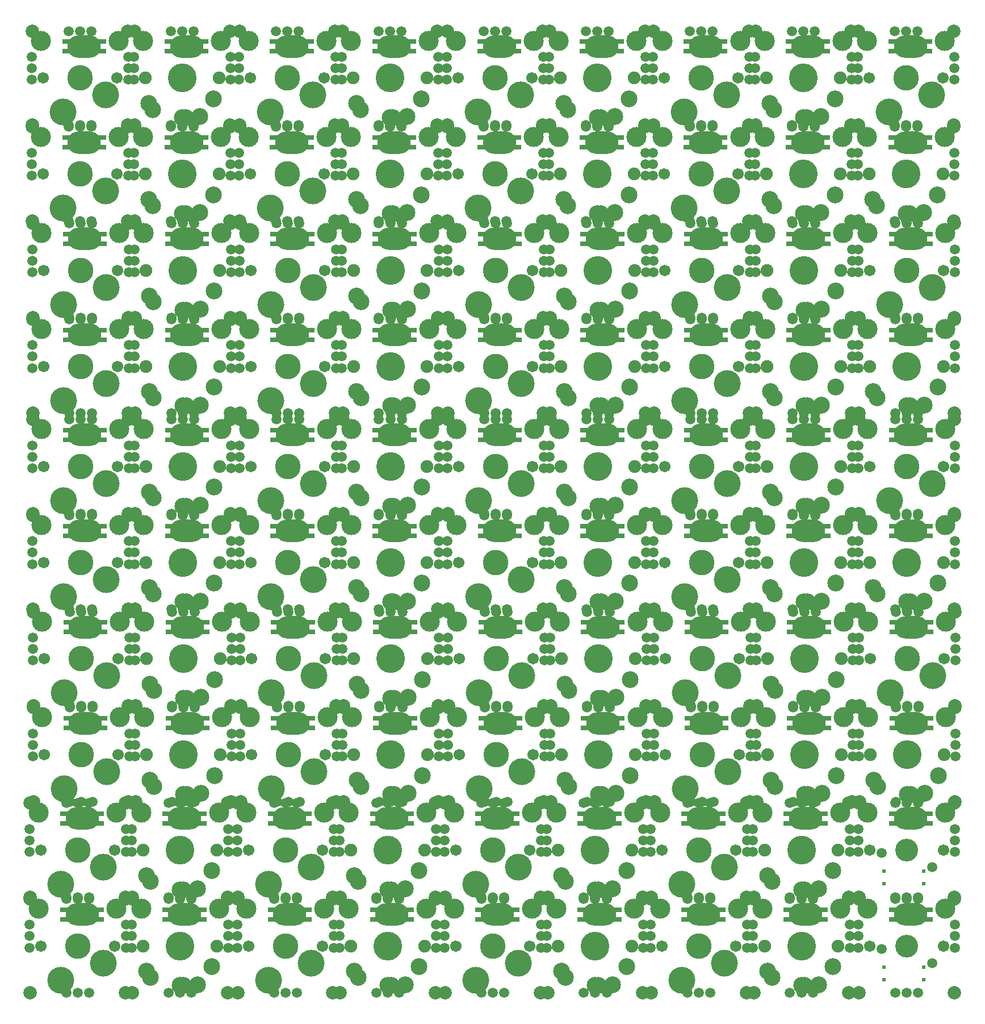
<source format=gbr>
%TF.GenerationSoftware,KiCad,Pcbnew,7.0.2*%
%TF.CreationDate,2023-05-08T22:29:03+02:00*%
%TF.ProjectId,verasity_PCB,76657261-7369-4747-995f-5043422e6b69,rev?*%
%TF.SameCoordinates,Original*%
%TF.FileFunction,Soldermask,Top*%
%TF.FilePolarity,Negative*%
%FSLAX46Y46*%
G04 Gerber Fmt 4.6, Leading zero omitted, Abs format (unit mm)*
G04 Created by KiCad (PCBNEW 7.0.2) date 2023-05-08 22:29:03*
%MOMM*%
%LPD*%
G01*
G04 APERTURE LIST*
%ADD10C,1.500000*%
%ADD11C,2.000000*%
%ADD12C,3.000000*%
%ADD13C,1.900000*%
%ADD14C,2.500000*%
%ADD15R,1.400000X0.800000*%
%ADD16C,4.280000*%
%ADD17O,5.000000X3.350000*%
%ADD18C,3.300000*%
%ADD19C,1.701800*%
%ADD20R,0.500000X0.500000*%
%ADD21C,3.400000*%
%ADD22C,4.000000*%
%ADD23C,3.800000*%
G04 APERTURE END LIST*
D10*
%TO.C,REF\u002A\u002A*%
X142679375Y-65734375D03*
D11*
X142779375Y-72484375D03*
D12*
X144079375Y-59934375D03*
D13*
X144379375Y-65484375D03*
D14*
X144879375Y-69284375D03*
X145479375Y-70184375D03*
D15*
X147929375Y-60059375D03*
X147929375Y-61509375D03*
D10*
X148179375Y-58484375D03*
X148179375Y-72484375D03*
X149879375Y-58484375D03*
D16*
X149879375Y-65484375D03*
D14*
X149879375Y-71384375D03*
D10*
X149879375Y-72484375D03*
D14*
X150379375Y-71384375D03*
D17*
X150519375Y-60786375D03*
D18*
X150529375Y-60784375D03*
D10*
X151579375Y-58484375D03*
X151579375Y-72484375D03*
D14*
X152479375Y-71234375D03*
D15*
X153129375Y-60059375D03*
X153129375Y-61509375D03*
D14*
X154579375Y-68584375D03*
D13*
X155379375Y-65484375D03*
D12*
X155679375Y-59934375D03*
D11*
X156979375Y-72484375D03*
D10*
X157079375Y-65734375D03*
D11*
X142779375Y-58484375D03*
X156979375Y-58484375D03*
D10*
X157079375Y-62334375D03*
X142679375Y-62334375D03*
X142679375Y-64034375D03*
X157079375Y-64034375D03*
%TD*%
%TO.C,REF\u002A\u002A*%
X80906250Y-22792500D03*
D11*
X81006250Y-29542500D03*
D12*
X82306250Y-16992500D03*
D13*
X82606250Y-22542500D03*
D14*
X83106250Y-26342500D03*
X83706250Y-27242500D03*
D15*
X86156250Y-17117500D03*
X86156250Y-18567500D03*
D10*
X86406250Y-15542500D03*
X86406250Y-29542500D03*
X88106250Y-15542500D03*
D16*
X88106250Y-22542500D03*
D14*
X88106250Y-28442500D03*
D10*
X88106250Y-29542500D03*
D14*
X88606250Y-28442500D03*
D17*
X88746250Y-17844500D03*
D18*
X88756250Y-17842500D03*
D10*
X89806250Y-15542500D03*
X89806250Y-29542500D03*
D14*
X90706250Y-28292500D03*
D15*
X91356250Y-17117500D03*
X91356250Y-18567500D03*
D14*
X92806250Y-25642500D03*
D13*
X93606250Y-22542500D03*
D12*
X93906250Y-16992500D03*
D11*
X95206250Y-29542500D03*
D10*
X95306250Y-22792500D03*
D11*
X81006250Y-15542500D03*
X95206250Y-15542500D03*
D10*
X95306250Y-19392500D03*
X80906250Y-19392500D03*
X80906250Y-21092500D03*
X95306250Y-21092500D03*
%TD*%
%TO.C,REF\u002A\u002A*%
X157900000Y-79942500D03*
D11*
X158000000Y-86692500D03*
D12*
X159300000Y-74142500D03*
D19*
X159600000Y-79692500D03*
D10*
X161350000Y-80162500D03*
D20*
X161750000Y-82842500D03*
X161750000Y-84742500D03*
D15*
X163150000Y-74267500D03*
X163150000Y-75717500D03*
D10*
X163400000Y-72692500D03*
X163400000Y-86692500D03*
X165100000Y-72692500D03*
D21*
X165100000Y-79692500D03*
D10*
X165100000Y-86692500D03*
D17*
X165740000Y-74994500D03*
D18*
X165750000Y-74992500D03*
D10*
X166800000Y-72692500D03*
X166800000Y-86692500D03*
D20*
X167650000Y-82842500D03*
X167650000Y-84742500D03*
D15*
X168350000Y-74267500D03*
X168350000Y-75717500D03*
D10*
X168910000Y-82252500D03*
D19*
X170600000Y-79692500D03*
D12*
X170900000Y-74142500D03*
D11*
X172200000Y-86692500D03*
D10*
X172300000Y-79942500D03*
D11*
X158000000Y-72692500D03*
X172200000Y-72692500D03*
D10*
X172300000Y-76542500D03*
X157900000Y-76542500D03*
X157900000Y-78242500D03*
X172300000Y-78242500D03*
%TD*%
%TO.C,REF\u002A\u002A*%
X157979375Y-51446875D03*
D11*
X158079375Y-58196875D03*
D12*
X159379375Y-45646875D03*
D19*
X159679375Y-51196875D03*
D22*
X162639375Y-56276875D03*
D15*
X163229375Y-45771875D03*
X163229375Y-47221875D03*
D10*
X163479375Y-44196875D03*
X163479375Y-58196875D03*
X165179375Y-44196875D03*
D23*
X165179375Y-51196875D03*
D10*
X165179375Y-58196875D03*
D17*
X165819375Y-46498875D03*
D18*
X165829375Y-46496875D03*
D10*
X166879375Y-44196875D03*
X166879375Y-58196875D03*
D15*
X168429375Y-45771875D03*
X168429375Y-47221875D03*
D22*
X168989375Y-53736875D03*
D19*
X170679375Y-51196875D03*
D12*
X170979375Y-45646875D03*
D11*
X172279375Y-58196875D03*
D10*
X172379375Y-51446875D03*
D11*
X158079375Y-44196875D03*
X172279375Y-44196875D03*
D10*
X172379375Y-48046875D03*
X157979375Y-48046875D03*
X157979375Y-49746875D03*
X172379375Y-49746875D03*
%TD*%
%TO.C,REF\u002A\u002A*%
X111941875Y-51446875D03*
D11*
X112041875Y-58196875D03*
D12*
X113341875Y-45646875D03*
D13*
X113641875Y-51196875D03*
D14*
X114141875Y-54996875D03*
X114741875Y-55896875D03*
D15*
X117191875Y-45771875D03*
X117191875Y-47221875D03*
D10*
X117441875Y-44196875D03*
X117441875Y-58196875D03*
X119141875Y-44196875D03*
D16*
X119141875Y-51196875D03*
D14*
X119141875Y-57096875D03*
D10*
X119141875Y-58196875D03*
D14*
X119641875Y-57096875D03*
D17*
X119781875Y-46498875D03*
D18*
X119791875Y-46496875D03*
D10*
X120841875Y-44196875D03*
X120841875Y-58196875D03*
D14*
X121741875Y-56946875D03*
D15*
X122391875Y-45771875D03*
X122391875Y-47221875D03*
D14*
X123841875Y-54296875D03*
D13*
X124641875Y-51196875D03*
D12*
X124941875Y-45646875D03*
D11*
X126241875Y-58196875D03*
D10*
X126341875Y-51446875D03*
D11*
X112041875Y-44196875D03*
X126241875Y-44196875D03*
D10*
X126341875Y-48046875D03*
X111941875Y-48046875D03*
X111941875Y-49746875D03*
X126341875Y-49746875D03*
%TD*%
%TO.C,REF\u002A\u002A*%
X157900000Y-7870000D03*
D11*
X158000000Y-14620000D03*
D12*
X159300000Y-2070000D03*
D13*
X159600000Y-7620000D03*
D14*
X160100000Y-11420000D03*
X160700000Y-12320000D03*
D15*
X163150000Y-2195000D03*
X163150000Y-3645000D03*
D10*
X163400000Y-620000D03*
X163400000Y-14620000D03*
X165100000Y-620000D03*
D16*
X165100000Y-7620000D03*
D14*
X165100000Y-13520000D03*
D10*
X165100000Y-14620000D03*
D14*
X165600000Y-13520000D03*
D17*
X165740000Y-2922000D03*
D18*
X165750000Y-2920000D03*
D10*
X166800000Y-620000D03*
X166800000Y-14620000D03*
D14*
X167700000Y-13370000D03*
D15*
X168350000Y-2195000D03*
X168350000Y-3645000D03*
D14*
X169800000Y-10720000D03*
D13*
X170600000Y-7620000D03*
D12*
X170900000Y-2070000D03*
D11*
X172200000Y-14620000D03*
D10*
X172300000Y-7870000D03*
D11*
X158000000Y-620000D03*
X172200000Y-620000D03*
D10*
X172300000Y-4470000D03*
X157900000Y-4470000D03*
X157900000Y-6170000D03*
X172300000Y-6170000D03*
%TD*%
%TO.C,REF\u002A\u002A*%
X142600000Y6417500D03*
D11*
X142700000Y-332500D03*
D12*
X144000000Y12217500D03*
D13*
X144300000Y6667500D03*
D14*
X144800000Y2867500D03*
X145400000Y1967500D03*
D15*
X147850000Y12092500D03*
X147850000Y10642500D03*
D10*
X148100000Y13667500D03*
X148100000Y-332500D03*
X149800000Y13667500D03*
D16*
X149800000Y6667500D03*
D14*
X149800000Y767500D03*
D10*
X149800000Y-332500D03*
D14*
X150300000Y767500D03*
D17*
X150440000Y11365500D03*
D18*
X150450000Y11367500D03*
D10*
X151500000Y13667500D03*
X151500000Y-332500D03*
D14*
X152400000Y917500D03*
D15*
X153050000Y12092500D03*
X153050000Y10642500D03*
D14*
X154500000Y3567500D03*
D13*
X155300000Y6667500D03*
D12*
X155600000Y12217500D03*
D11*
X156900000Y-332500D03*
D10*
X157000000Y6417500D03*
D11*
X142700000Y13667500D03*
X156900000Y13667500D03*
D10*
X157000000Y9817500D03*
X142600000Y9817500D03*
X142600000Y8117500D03*
X157000000Y8117500D03*
%TD*%
%TO.C,REF\u002A\u002A*%
X34690625Y6417500D03*
D11*
X34790625Y-332500D03*
D12*
X36090625Y12217500D03*
D19*
X36390625Y6667500D03*
D22*
X39350625Y1587500D03*
D15*
X39940625Y12092500D03*
X39940625Y10642500D03*
D10*
X40190625Y13667500D03*
X40190625Y-332500D03*
X41890625Y13667500D03*
D23*
X41890625Y6667500D03*
D10*
X41890625Y-332500D03*
D17*
X42530625Y11365500D03*
D18*
X42540625Y11367500D03*
D10*
X43590625Y13667500D03*
X43590625Y-332500D03*
D15*
X45140625Y12092500D03*
X45140625Y10642500D03*
D22*
X45700625Y4127500D03*
D19*
X47390625Y6667500D03*
D12*
X47690625Y12217500D03*
D11*
X48990625Y-332500D03*
D10*
X49090625Y6417500D03*
D11*
X34790625Y13667500D03*
X48990625Y13667500D03*
D10*
X49090625Y9817500D03*
X34690625Y9817500D03*
X34690625Y8117500D03*
X49090625Y8117500D03*
%TD*%
%TO.C,REF\u002A\u002A*%
X65726250Y-51446875D03*
D11*
X65826250Y-58196875D03*
D12*
X67126250Y-45646875D03*
D19*
X67426250Y-51196875D03*
D22*
X70386250Y-56276875D03*
D15*
X70976250Y-45771875D03*
X70976250Y-47221875D03*
D10*
X71226250Y-44196875D03*
X71226250Y-58196875D03*
X72926250Y-44196875D03*
D23*
X72926250Y-51196875D03*
D10*
X72926250Y-58196875D03*
D17*
X73566250Y-46498875D03*
D18*
X73576250Y-46496875D03*
D10*
X74626250Y-44196875D03*
X74626250Y-58196875D03*
D15*
X76176250Y-45771875D03*
X76176250Y-47221875D03*
D22*
X76736250Y-53736875D03*
D19*
X78426250Y-51196875D03*
D12*
X78726250Y-45646875D03*
D11*
X80026250Y-58196875D03*
D10*
X80126250Y-51446875D03*
D11*
X65826250Y-44196875D03*
X80026250Y-44196875D03*
D10*
X80126250Y-48046875D03*
X65726250Y-48046875D03*
X65726250Y-49746875D03*
X80126250Y-49746875D03*
%TD*%
%TO.C,REF\u002A\u002A*%
X80985625Y-65734375D03*
D11*
X81085625Y-72484375D03*
D12*
X82385625Y-59934375D03*
D13*
X82685625Y-65484375D03*
D14*
X83185625Y-69284375D03*
X83785625Y-70184375D03*
D15*
X86235625Y-60059375D03*
X86235625Y-61509375D03*
D10*
X86485625Y-58484375D03*
X86485625Y-72484375D03*
X88185625Y-58484375D03*
D16*
X88185625Y-65484375D03*
D14*
X88185625Y-71384375D03*
D10*
X88185625Y-72484375D03*
D14*
X88685625Y-71384375D03*
D17*
X88825625Y-60786375D03*
D18*
X88835625Y-60784375D03*
D10*
X89885625Y-58484375D03*
X89885625Y-72484375D03*
D14*
X90785625Y-71234375D03*
D15*
X91435625Y-60059375D03*
X91435625Y-61509375D03*
D14*
X92885625Y-68584375D03*
D13*
X93685625Y-65484375D03*
D12*
X93985625Y-59934375D03*
D11*
X95285625Y-72484375D03*
D10*
X95385625Y-65734375D03*
D11*
X81085625Y-58484375D03*
X95285625Y-58484375D03*
D10*
X95385625Y-62334375D03*
X80985625Y-62334375D03*
X80985625Y-64034375D03*
X95385625Y-64034375D03*
%TD*%
%TO.C,REF\u002A\u002A*%
X65250000Y-94230000D03*
D11*
X65350000Y-100980000D03*
D12*
X66650000Y-88430000D03*
D19*
X66950000Y-93980000D03*
D22*
X69910000Y-99060000D03*
D15*
X70500000Y-88555000D03*
X70500000Y-90005000D03*
D10*
X70750000Y-86980000D03*
X70750000Y-100980000D03*
X72450000Y-86980000D03*
D23*
X72450000Y-93980000D03*
D10*
X72450000Y-100980000D03*
D17*
X73090000Y-89282000D03*
D18*
X73100000Y-89280000D03*
D10*
X74150000Y-86980000D03*
X74150000Y-100980000D03*
D15*
X75700000Y-88555000D03*
X75700000Y-90005000D03*
D22*
X76260000Y-96520000D03*
D19*
X77950000Y-93980000D03*
D12*
X78250000Y-88430000D03*
D11*
X79550000Y-100980000D03*
D10*
X79650000Y-94230000D03*
D11*
X65350000Y-86980000D03*
X79550000Y-86980000D03*
D10*
X79650000Y-90830000D03*
X65250000Y-90830000D03*
X65250000Y-92530000D03*
X79650000Y-92530000D03*
%TD*%
%TO.C,REF\u002A\u002A*%
X96603125Y6417500D03*
D11*
X96703125Y-332500D03*
D12*
X98003125Y12217500D03*
D19*
X98303125Y6667500D03*
D22*
X101263125Y1587500D03*
D15*
X101853125Y12092500D03*
X101853125Y10642500D03*
D10*
X102103125Y13667500D03*
X102103125Y-332500D03*
X103803125Y13667500D03*
D23*
X103803125Y6667500D03*
D10*
X103803125Y-332500D03*
D17*
X104443125Y11365500D03*
D18*
X104453125Y11367500D03*
D10*
X105503125Y13667500D03*
X105503125Y-332500D03*
D15*
X107053125Y12092500D03*
X107053125Y10642500D03*
D22*
X107613125Y4127500D03*
D19*
X109303125Y6667500D03*
D12*
X109603125Y12217500D03*
D11*
X110903125Y-332500D03*
D10*
X111003125Y6417500D03*
D11*
X96703125Y13667500D03*
X110903125Y13667500D03*
D10*
X111003125Y9817500D03*
X96603125Y9817500D03*
X96603125Y8117500D03*
X111003125Y8117500D03*
%TD*%
%TO.C,REF\u002A\u002A*%
X49870625Y20784375D03*
D11*
X49970625Y14034375D03*
D12*
X51270625Y26584375D03*
D13*
X51570625Y21034375D03*
D14*
X52070625Y17234375D03*
X52670625Y16334375D03*
D15*
X55120625Y26459375D03*
X55120625Y25009375D03*
D10*
X55370625Y28034375D03*
X55370625Y14034375D03*
X57070625Y28034375D03*
D16*
X57070625Y21034375D03*
D14*
X57070625Y15134375D03*
D10*
X57070625Y14034375D03*
D14*
X57570625Y15134375D03*
D17*
X57710625Y25732375D03*
D18*
X57720625Y25734375D03*
D10*
X58770625Y28034375D03*
X58770625Y14034375D03*
D14*
X59670625Y15284375D03*
D15*
X60320625Y26459375D03*
X60320625Y25009375D03*
D14*
X61770625Y17934375D03*
D13*
X62570625Y21034375D03*
D12*
X62870625Y26584375D03*
D11*
X64170625Y14034375D03*
D10*
X64270625Y20784375D03*
D11*
X49970625Y28034375D03*
X64170625Y28034375D03*
D10*
X64270625Y24184375D03*
X49870625Y24184375D03*
X49870625Y22484375D03*
X64270625Y22484375D03*
%TD*%
%TO.C,REF\u002A\u002A*%
X157979375Y-65734375D03*
D11*
X158079375Y-72484375D03*
D12*
X159379375Y-59934375D03*
D13*
X159679375Y-65484375D03*
D14*
X160179375Y-69284375D03*
X160779375Y-70184375D03*
D15*
X163229375Y-60059375D03*
X163229375Y-61509375D03*
D10*
X163479375Y-58484375D03*
X163479375Y-72484375D03*
X165179375Y-58484375D03*
D16*
X165179375Y-65484375D03*
D14*
X165179375Y-71384375D03*
D10*
X165179375Y-72484375D03*
D14*
X165679375Y-71384375D03*
D17*
X165819375Y-60786375D03*
D18*
X165829375Y-60784375D03*
D10*
X166879375Y-58484375D03*
X166879375Y-72484375D03*
D14*
X167779375Y-71234375D03*
D15*
X168429375Y-60059375D03*
X168429375Y-61509375D03*
D14*
X169879375Y-68584375D03*
D13*
X170679375Y-65484375D03*
D12*
X170979375Y-59934375D03*
D11*
X172279375Y-72484375D03*
D10*
X172379375Y-65734375D03*
D11*
X158079375Y-58484375D03*
X172279375Y-58484375D03*
D10*
X172379375Y-62334375D03*
X157979375Y-62334375D03*
X157979375Y-64034375D03*
X172379375Y-64034375D03*
%TD*%
%TO.C,REF\u002A\u002A*%
X34611250Y20784375D03*
D11*
X34711250Y14034375D03*
D12*
X36011250Y26584375D03*
D19*
X36311250Y21034375D03*
D22*
X39271250Y15954375D03*
D15*
X39861250Y26459375D03*
X39861250Y25009375D03*
D10*
X40111250Y28034375D03*
X40111250Y14034375D03*
X41811250Y28034375D03*
D23*
X41811250Y21034375D03*
D10*
X41811250Y14034375D03*
D17*
X42451250Y25732375D03*
D18*
X42461250Y25734375D03*
D10*
X43511250Y28034375D03*
X43511250Y14034375D03*
D15*
X45061250Y26459375D03*
X45061250Y25009375D03*
D22*
X45621250Y18494375D03*
D19*
X47311250Y21034375D03*
D12*
X47611250Y26584375D03*
D11*
X48911250Y14034375D03*
D10*
X49011250Y20784375D03*
D11*
X34711250Y28034375D03*
X48911250Y28034375D03*
D10*
X49011250Y24184375D03*
X34611250Y24184375D03*
X34611250Y22484375D03*
X49011250Y22484375D03*
%TD*%
%TO.C,REF\u002A\u002A*%
X65646875Y-7870000D03*
D11*
X65746875Y-14620000D03*
D12*
X67046875Y-2070000D03*
D19*
X67346875Y-7620000D03*
D22*
X70306875Y-12700000D03*
D15*
X70896875Y-2195000D03*
X70896875Y-3645000D03*
D10*
X71146875Y-620000D03*
X71146875Y-14620000D03*
X72846875Y-620000D03*
D23*
X72846875Y-7620000D03*
D10*
X72846875Y-14620000D03*
D17*
X73486875Y-2922000D03*
D18*
X73496875Y-2920000D03*
D10*
X74546875Y-620000D03*
X74546875Y-14620000D03*
D15*
X76096875Y-2195000D03*
X76096875Y-3645000D03*
D22*
X76656875Y-10160000D03*
D19*
X78346875Y-7620000D03*
D12*
X78646875Y-2070000D03*
D11*
X79946875Y-14620000D03*
D10*
X80046875Y-7870000D03*
D11*
X65746875Y-620000D03*
X79946875Y-620000D03*
D10*
X80046875Y-4470000D03*
X65646875Y-4470000D03*
X65646875Y-6170000D03*
X80046875Y-6170000D03*
%TD*%
%TO.C,REF\u002A\u002A*%
X142203125Y-94230000D03*
D11*
X142303125Y-100980000D03*
D12*
X143603125Y-88430000D03*
D13*
X143903125Y-93980000D03*
D14*
X144403125Y-97780000D03*
X145003125Y-98680000D03*
D15*
X147453125Y-88555000D03*
X147453125Y-90005000D03*
D10*
X147703125Y-86980000D03*
X147703125Y-100980000D03*
X149403125Y-86980000D03*
D16*
X149403125Y-93980000D03*
D14*
X149403125Y-99880000D03*
D10*
X149403125Y-100980000D03*
D14*
X149903125Y-99880000D03*
D17*
X150043125Y-89282000D03*
D18*
X150053125Y-89280000D03*
D10*
X151103125Y-86980000D03*
X151103125Y-100980000D03*
D14*
X152003125Y-99730000D03*
D15*
X152653125Y-88555000D03*
X152653125Y-90005000D03*
D14*
X154103125Y-97080000D03*
D13*
X154903125Y-93980000D03*
D12*
X155203125Y-88430000D03*
D11*
X156503125Y-100980000D03*
D10*
X156603125Y-94230000D03*
D11*
X142303125Y-86980000D03*
X156503125Y-86980000D03*
D10*
X156603125Y-90830000D03*
X142203125Y-90830000D03*
X142203125Y-92530000D03*
X156603125Y-92530000D03*
%TD*%
%TO.C,REF\u002A\u002A*%
X34770000Y-51446875D03*
D11*
X34870000Y-58196875D03*
D12*
X36170000Y-45646875D03*
D19*
X36470000Y-51196875D03*
D22*
X39430000Y-56276875D03*
D15*
X40020000Y-45771875D03*
X40020000Y-47221875D03*
D10*
X40270000Y-44196875D03*
X40270000Y-58196875D03*
X41970000Y-44196875D03*
D23*
X41970000Y-51196875D03*
D10*
X41970000Y-58196875D03*
D17*
X42610000Y-46498875D03*
D18*
X42620000Y-46496875D03*
D10*
X43670000Y-44196875D03*
X43670000Y-58196875D03*
D15*
X45220000Y-45771875D03*
X45220000Y-47221875D03*
D22*
X45780000Y-53736875D03*
D19*
X47470000Y-51196875D03*
D12*
X47770000Y-45646875D03*
D11*
X49070000Y-58196875D03*
D10*
X49170000Y-51446875D03*
D11*
X34870000Y-44196875D03*
X49070000Y-44196875D03*
D10*
X49170000Y-48046875D03*
X34770000Y-48046875D03*
X34770000Y-49746875D03*
X49170000Y-49746875D03*
%TD*%
%TO.C,REF\u002A\u002A*%
X80826875Y20784375D03*
D11*
X80926875Y14034375D03*
D12*
X82226875Y26584375D03*
D13*
X82526875Y21034375D03*
D14*
X83026875Y17234375D03*
X83626875Y16334375D03*
D15*
X86076875Y26459375D03*
X86076875Y25009375D03*
D10*
X86326875Y28034375D03*
X86326875Y14034375D03*
X88026875Y28034375D03*
D16*
X88026875Y21034375D03*
D14*
X88026875Y15134375D03*
D10*
X88026875Y14034375D03*
D14*
X88526875Y15134375D03*
D17*
X88666875Y25732375D03*
D18*
X88676875Y25734375D03*
D10*
X89726875Y28034375D03*
X89726875Y14034375D03*
D14*
X90626875Y15284375D03*
D15*
X91276875Y26459375D03*
X91276875Y25009375D03*
D14*
X92726875Y17934375D03*
D13*
X93526875Y21034375D03*
D12*
X93826875Y26584375D03*
D11*
X95126875Y14034375D03*
D10*
X95226875Y20784375D03*
D11*
X80926875Y28034375D03*
X95126875Y28034375D03*
D10*
X95226875Y24184375D03*
X80826875Y24184375D03*
X80826875Y22484375D03*
X95226875Y22484375D03*
%TD*%
%TO.C,REF\u002A\u002A*%
X142520625Y35071875D03*
D11*
X142620625Y28321875D03*
D12*
X143920625Y40871875D03*
D13*
X144220625Y35321875D03*
D14*
X144720625Y31521875D03*
X145320625Y30621875D03*
D15*
X147770625Y40746875D03*
X147770625Y39296875D03*
D10*
X148020625Y42321875D03*
X148020625Y28321875D03*
X149720625Y42321875D03*
D16*
X149720625Y35321875D03*
D14*
X149720625Y29421875D03*
D10*
X149720625Y28321875D03*
D14*
X150220625Y29421875D03*
D17*
X150360625Y40019875D03*
D18*
X150370625Y40021875D03*
D10*
X151420625Y42321875D03*
X151420625Y28321875D03*
D14*
X152320625Y29571875D03*
D15*
X152970625Y40746875D03*
X152970625Y39296875D03*
D14*
X154420625Y32221875D03*
D13*
X155220625Y35321875D03*
D12*
X155520625Y40871875D03*
D11*
X156820625Y28321875D03*
D10*
X156920625Y35071875D03*
D11*
X142620625Y42321875D03*
X156820625Y42321875D03*
D10*
X156920625Y38471875D03*
X142520625Y38471875D03*
X142520625Y36771875D03*
X156920625Y36771875D03*
%TD*%
%TO.C,REF\u002A\u002A*%
X80985625Y-51446875D03*
D11*
X81085625Y-58196875D03*
D12*
X82385625Y-45646875D03*
D13*
X82685625Y-51196875D03*
D14*
X83185625Y-54996875D03*
X83785625Y-55896875D03*
D15*
X86235625Y-45771875D03*
X86235625Y-47221875D03*
D10*
X86485625Y-44196875D03*
X86485625Y-58196875D03*
X88185625Y-44196875D03*
D16*
X88185625Y-51196875D03*
D14*
X88185625Y-57096875D03*
D10*
X88185625Y-58196875D03*
D14*
X88685625Y-57096875D03*
D17*
X88825625Y-46498875D03*
D18*
X88835625Y-46496875D03*
D10*
X89885625Y-44196875D03*
X89885625Y-58196875D03*
D14*
X90785625Y-56946875D03*
D15*
X91435625Y-45771875D03*
X91435625Y-47221875D03*
D14*
X92885625Y-54296875D03*
D13*
X93685625Y-51196875D03*
D12*
X93985625Y-45646875D03*
D11*
X95285625Y-58196875D03*
D10*
X95385625Y-51446875D03*
D11*
X81085625Y-44196875D03*
X95285625Y-44196875D03*
D10*
X95385625Y-48046875D03*
X80985625Y-48046875D03*
X80985625Y-49746875D03*
X95385625Y-49746875D03*
%TD*%
%TO.C,REF\u002A\u002A*%
X96206250Y-79942500D03*
D11*
X96306250Y-86692500D03*
D12*
X97606250Y-74142500D03*
D19*
X97906250Y-79692500D03*
D22*
X100866250Y-84772500D03*
D15*
X101456250Y-74267500D03*
X101456250Y-75717500D03*
D10*
X101706250Y-72692500D03*
X101706250Y-86692500D03*
X103406250Y-72692500D03*
D23*
X103406250Y-79692500D03*
D10*
X103406250Y-86692500D03*
D17*
X104046250Y-74994500D03*
D18*
X104056250Y-74992500D03*
D10*
X105106250Y-72692500D03*
X105106250Y-86692500D03*
D15*
X106656250Y-74267500D03*
X106656250Y-75717500D03*
D22*
X107216250Y-82232500D03*
D19*
X108906250Y-79692500D03*
D12*
X109206250Y-74142500D03*
D11*
X110506250Y-86692500D03*
D10*
X110606250Y-79942500D03*
D11*
X96306250Y-72692500D03*
X110506250Y-72692500D03*
D10*
X110606250Y-76542500D03*
X96206250Y-76542500D03*
X96206250Y-78242500D03*
X110606250Y-78242500D03*
%TD*%
%TO.C,REF\u002A\u002A*%
X127261250Y35071875D03*
D11*
X127361250Y28321875D03*
D12*
X128661250Y40871875D03*
D19*
X128961250Y35321875D03*
D22*
X131921250Y30241875D03*
D15*
X132511250Y40746875D03*
X132511250Y39296875D03*
D10*
X132761250Y42321875D03*
X132761250Y28321875D03*
X134461250Y42321875D03*
D23*
X134461250Y35321875D03*
D10*
X134461250Y28321875D03*
D17*
X135101250Y40019875D03*
D18*
X135111250Y40021875D03*
D10*
X136161250Y42321875D03*
X136161250Y28321875D03*
D15*
X137711250Y40746875D03*
X137711250Y39296875D03*
D22*
X138271250Y32781875D03*
D19*
X139961250Y35321875D03*
D12*
X140261250Y40871875D03*
D11*
X141561250Y28321875D03*
D10*
X141661250Y35071875D03*
D11*
X127361250Y42321875D03*
X141561250Y42321875D03*
D10*
X141661250Y38471875D03*
X127261250Y38471875D03*
X127261250Y36771875D03*
X141661250Y36771875D03*
%TD*%
%TO.C,REF\u002A\u002A*%
X80826875Y35071875D03*
D11*
X80926875Y28321875D03*
D12*
X82226875Y40871875D03*
D13*
X82526875Y35321875D03*
D14*
X83026875Y31521875D03*
X83626875Y30621875D03*
D15*
X86076875Y40746875D03*
X86076875Y39296875D03*
D10*
X86326875Y42321875D03*
X86326875Y28321875D03*
X88026875Y42321875D03*
D16*
X88026875Y35321875D03*
D14*
X88026875Y29421875D03*
D10*
X88026875Y28321875D03*
D14*
X88526875Y29421875D03*
D17*
X88666875Y40019875D03*
D18*
X88676875Y40021875D03*
D10*
X89726875Y42321875D03*
X89726875Y28321875D03*
D14*
X90626875Y29571875D03*
D15*
X91276875Y40746875D03*
X91276875Y39296875D03*
D14*
X92726875Y32221875D03*
D13*
X93526875Y35321875D03*
D12*
X93826875Y40871875D03*
D11*
X95126875Y28321875D03*
D10*
X95226875Y35071875D03*
D11*
X80926875Y42321875D03*
X95126875Y42321875D03*
D10*
X95226875Y38471875D03*
X80826875Y38471875D03*
X80826875Y36771875D03*
X95226875Y36771875D03*
%TD*%
%TO.C,REF\u002A\u002A*%
X157820625Y35071875D03*
D11*
X157920625Y28321875D03*
D12*
X159220625Y40871875D03*
D19*
X159520625Y35321875D03*
D22*
X162480625Y30241875D03*
D15*
X163070625Y40746875D03*
X163070625Y39296875D03*
D10*
X163320625Y42321875D03*
X163320625Y28321875D03*
X165020625Y42321875D03*
D23*
X165020625Y35321875D03*
D10*
X165020625Y28321875D03*
D17*
X165660625Y40019875D03*
D18*
X165670625Y40021875D03*
D10*
X166720625Y42321875D03*
X166720625Y28321875D03*
D15*
X168270625Y40746875D03*
X168270625Y39296875D03*
D22*
X168830625Y32781875D03*
D19*
X170520625Y35321875D03*
D12*
X170820625Y40871875D03*
D11*
X172120625Y28321875D03*
D10*
X172220625Y35071875D03*
D11*
X157920625Y42321875D03*
X172120625Y42321875D03*
D10*
X172220625Y38471875D03*
X157820625Y38471875D03*
X157820625Y36771875D03*
X172220625Y36771875D03*
%TD*%
%TO.C,REF\u002A\u002A*%
X65567500Y35071875D03*
D11*
X65667500Y28321875D03*
D12*
X66967500Y40871875D03*
D19*
X67267500Y35321875D03*
D22*
X70227500Y30241875D03*
D15*
X70817500Y40746875D03*
X70817500Y39296875D03*
D10*
X71067500Y42321875D03*
X71067500Y28321875D03*
X72767500Y42321875D03*
D23*
X72767500Y35321875D03*
D10*
X72767500Y28321875D03*
D17*
X73407500Y40019875D03*
D18*
X73417500Y40021875D03*
D10*
X74467500Y42321875D03*
X74467500Y28321875D03*
D15*
X76017500Y40746875D03*
X76017500Y39296875D03*
D22*
X76577500Y32781875D03*
D19*
X78267500Y35321875D03*
D12*
X78567500Y40871875D03*
D11*
X79867500Y28321875D03*
D10*
X79967500Y35071875D03*
D11*
X65667500Y42321875D03*
X79867500Y42321875D03*
D10*
X79967500Y38471875D03*
X65567500Y38471875D03*
X65567500Y36771875D03*
X79967500Y36771875D03*
%TD*%
%TO.C,REF\u002A\u002A*%
X127420000Y-51446875D03*
D11*
X127520000Y-58196875D03*
D12*
X128820000Y-45646875D03*
D19*
X129120000Y-51196875D03*
D22*
X132080000Y-56276875D03*
D15*
X132670000Y-45771875D03*
X132670000Y-47221875D03*
D10*
X132920000Y-44196875D03*
X132920000Y-58196875D03*
X134620000Y-44196875D03*
D23*
X134620000Y-51196875D03*
D10*
X134620000Y-58196875D03*
D17*
X135260000Y-46498875D03*
D18*
X135270000Y-46496875D03*
D10*
X136320000Y-44196875D03*
X136320000Y-58196875D03*
D15*
X137870000Y-45771875D03*
X137870000Y-47221875D03*
D22*
X138430000Y-53736875D03*
D19*
X140120000Y-51196875D03*
D12*
X140420000Y-45646875D03*
D11*
X141720000Y-58196875D03*
D10*
X141820000Y-51446875D03*
D11*
X127520000Y-44196875D03*
X141720000Y-44196875D03*
D10*
X141820000Y-48046875D03*
X127420000Y-48046875D03*
X127420000Y-49746875D03*
X141820000Y-49746875D03*
%TD*%
%TO.C,REF\u002A\u002A*%
X96682500Y-65734375D03*
D11*
X96782500Y-72484375D03*
D12*
X98082500Y-59934375D03*
D19*
X98382500Y-65484375D03*
D22*
X101342500Y-70564375D03*
D15*
X101932500Y-60059375D03*
X101932500Y-61509375D03*
D10*
X102182500Y-58484375D03*
X102182500Y-72484375D03*
X103882500Y-58484375D03*
D23*
X103882500Y-65484375D03*
D10*
X103882500Y-72484375D03*
D17*
X104522500Y-60786375D03*
D18*
X104532500Y-60784375D03*
D10*
X105582500Y-58484375D03*
X105582500Y-72484375D03*
D15*
X107132500Y-60059375D03*
X107132500Y-61509375D03*
D22*
X107692500Y-68024375D03*
D19*
X109382500Y-65484375D03*
D12*
X109682500Y-59934375D03*
D11*
X110982500Y-72484375D03*
D10*
X111082500Y-65734375D03*
D11*
X96782500Y-58484375D03*
X110982500Y-58484375D03*
D10*
X111082500Y-62334375D03*
X96682500Y-62334375D03*
X96682500Y-64034375D03*
X111082500Y-64034375D03*
%TD*%
%TO.C,REF\u002A\u002A*%
X111862500Y-22792500D03*
D11*
X111962500Y-29542500D03*
D12*
X113262500Y-16992500D03*
D13*
X113562500Y-22542500D03*
D14*
X114062500Y-26342500D03*
X114662500Y-27242500D03*
D15*
X117112500Y-17117500D03*
X117112500Y-18567500D03*
D10*
X117362500Y-15542500D03*
X117362500Y-29542500D03*
X119062500Y-15542500D03*
D16*
X119062500Y-22542500D03*
D14*
X119062500Y-28442500D03*
D10*
X119062500Y-29542500D03*
D14*
X119562500Y-28442500D03*
D17*
X119702500Y-17844500D03*
D18*
X119712500Y-17842500D03*
D10*
X120762500Y-15542500D03*
X120762500Y-29542500D03*
D14*
X121662500Y-28292500D03*
D15*
X122312500Y-17117500D03*
X122312500Y-18567500D03*
D14*
X123762500Y-25642500D03*
D13*
X124562500Y-22542500D03*
D12*
X124862500Y-16992500D03*
D11*
X126162500Y-29542500D03*
D10*
X126262500Y-22792500D03*
D11*
X111962500Y-15542500D03*
X126162500Y-15542500D03*
D10*
X126262500Y-19392500D03*
X111862500Y-19392500D03*
X111862500Y-21092500D03*
X126262500Y-21092500D03*
%TD*%
%TO.C,REF\u002A\u002A*%
X157820625Y20784375D03*
D11*
X157920625Y14034375D03*
D12*
X159220625Y26584375D03*
D13*
X159520625Y21034375D03*
D14*
X160020625Y17234375D03*
X160620625Y16334375D03*
D15*
X163070625Y26459375D03*
X163070625Y25009375D03*
D10*
X163320625Y28034375D03*
X163320625Y14034375D03*
X165020625Y28034375D03*
D16*
X165020625Y21034375D03*
D14*
X165020625Y15134375D03*
D10*
X165020625Y14034375D03*
D14*
X165520625Y15134375D03*
D17*
X165660625Y25732375D03*
D18*
X165670625Y25734375D03*
D10*
X166720625Y28034375D03*
X166720625Y14034375D03*
D14*
X167620625Y15284375D03*
D15*
X168270625Y26459375D03*
X168270625Y25009375D03*
D14*
X169720625Y17934375D03*
D13*
X170520625Y21034375D03*
D12*
X170820625Y26584375D03*
D11*
X172120625Y14034375D03*
D10*
X172220625Y20784375D03*
D11*
X157920625Y28034375D03*
X172120625Y28034375D03*
D10*
X172220625Y24184375D03*
X157820625Y24184375D03*
X157820625Y22484375D03*
X172220625Y22484375D03*
%TD*%
%TO.C,REF\u002A\u002A*%
X111783125Y20784375D03*
D11*
X111883125Y14034375D03*
D12*
X113183125Y26584375D03*
D13*
X113483125Y21034375D03*
D14*
X113983125Y17234375D03*
X114583125Y16334375D03*
D15*
X117033125Y26459375D03*
X117033125Y25009375D03*
D10*
X117283125Y28034375D03*
X117283125Y14034375D03*
X118983125Y28034375D03*
D16*
X118983125Y21034375D03*
D14*
X118983125Y15134375D03*
D10*
X118983125Y14034375D03*
D14*
X119483125Y15134375D03*
D17*
X119623125Y25732375D03*
D18*
X119633125Y25734375D03*
D10*
X120683125Y28034375D03*
X120683125Y14034375D03*
D14*
X121583125Y15284375D03*
D15*
X122233125Y26459375D03*
X122233125Y25009375D03*
D14*
X123683125Y17934375D03*
D13*
X124483125Y21034375D03*
D12*
X124783125Y26584375D03*
D11*
X126083125Y14034375D03*
D10*
X126183125Y20784375D03*
D11*
X111883125Y28034375D03*
X126083125Y28034375D03*
D10*
X126183125Y24184375D03*
X111783125Y24184375D03*
X111783125Y22484375D03*
X126183125Y22484375D03*
%TD*%
%TO.C,REF\u002A\u002A*%
X157900000Y6417500D03*
D11*
X158000000Y-332500D03*
D12*
X159300000Y12217500D03*
D19*
X159600000Y6667500D03*
D22*
X162560000Y1587500D03*
D15*
X163150000Y12092500D03*
X163150000Y10642500D03*
D10*
X163400000Y13667500D03*
X163400000Y-332500D03*
X165100000Y13667500D03*
D23*
X165100000Y6667500D03*
D10*
X165100000Y-332500D03*
D17*
X165740000Y11365500D03*
D18*
X165750000Y11367500D03*
D10*
X166800000Y13667500D03*
X166800000Y-332500D03*
D15*
X168350000Y12092500D03*
X168350000Y10642500D03*
D22*
X168910000Y4127500D03*
D19*
X170600000Y6667500D03*
D12*
X170900000Y12217500D03*
D11*
X172200000Y-332500D03*
D10*
X172300000Y6417500D03*
D11*
X158000000Y13667500D03*
X172200000Y13667500D03*
D10*
X172300000Y9817500D03*
X157900000Y9817500D03*
X157900000Y8117500D03*
X172300000Y8117500D03*
%TD*%
%TO.C,REF\u002A\u002A*%
X142203125Y-79942500D03*
D11*
X142303125Y-86692500D03*
D12*
X143603125Y-74142500D03*
D13*
X143903125Y-79692500D03*
D14*
X144403125Y-83492500D03*
X145003125Y-84392500D03*
D15*
X147453125Y-74267500D03*
X147453125Y-75717500D03*
D10*
X147703125Y-72692500D03*
X147703125Y-86692500D03*
X149403125Y-72692500D03*
D16*
X149403125Y-79692500D03*
D14*
X149403125Y-85592500D03*
D10*
X149403125Y-86692500D03*
D14*
X149903125Y-85592500D03*
D17*
X150043125Y-74994500D03*
D18*
X150053125Y-74992500D03*
D10*
X151103125Y-72692500D03*
X151103125Y-86692500D03*
D14*
X152003125Y-85442500D03*
D15*
X152653125Y-74267500D03*
X152653125Y-75717500D03*
D14*
X154103125Y-82792500D03*
D13*
X154903125Y-79692500D03*
D12*
X155203125Y-74142500D03*
D11*
X156503125Y-86692500D03*
D10*
X156603125Y-79942500D03*
D11*
X142303125Y-72692500D03*
X156503125Y-72692500D03*
D10*
X156603125Y-76542500D03*
X142203125Y-76542500D03*
X142203125Y-78242500D03*
X156603125Y-78242500D03*
%TD*%
%TO.C,REF\u002A\u002A*%
X80509375Y-79942500D03*
D11*
X80609375Y-86692500D03*
D12*
X81909375Y-74142500D03*
D13*
X82209375Y-79692500D03*
D14*
X82709375Y-83492500D03*
X83309375Y-84392500D03*
D15*
X85759375Y-74267500D03*
X85759375Y-75717500D03*
D10*
X86009375Y-72692500D03*
X86009375Y-86692500D03*
X87709375Y-72692500D03*
D16*
X87709375Y-79692500D03*
D14*
X87709375Y-85592500D03*
D10*
X87709375Y-86692500D03*
D14*
X88209375Y-85592500D03*
D17*
X88349375Y-74994500D03*
D18*
X88359375Y-74992500D03*
D10*
X89409375Y-72692500D03*
X89409375Y-86692500D03*
D14*
X90309375Y-85442500D03*
D15*
X90959375Y-74267500D03*
X90959375Y-75717500D03*
D14*
X92409375Y-82792500D03*
D13*
X93209375Y-79692500D03*
D12*
X93509375Y-74142500D03*
D11*
X94809375Y-86692500D03*
D10*
X94909375Y-79942500D03*
D11*
X80609375Y-72692500D03*
X94809375Y-72692500D03*
D10*
X94909375Y-76542500D03*
X80509375Y-76542500D03*
X80509375Y-78242500D03*
X94909375Y-78242500D03*
%TD*%
%TO.C,REF\u002A\u002A*%
X127261250Y20784375D03*
D11*
X127361250Y14034375D03*
D12*
X128661250Y26584375D03*
D19*
X128961250Y21034375D03*
D22*
X131921250Y15954375D03*
D15*
X132511250Y26459375D03*
X132511250Y25009375D03*
D10*
X132761250Y28034375D03*
X132761250Y14034375D03*
X134461250Y28034375D03*
D23*
X134461250Y21034375D03*
D10*
X134461250Y14034375D03*
D17*
X135101250Y25732375D03*
D18*
X135111250Y25734375D03*
D10*
X136161250Y28034375D03*
X136161250Y14034375D03*
D15*
X137711250Y26459375D03*
X137711250Y25009375D03*
D22*
X138271250Y18494375D03*
D19*
X139961250Y21034375D03*
D12*
X140261250Y26584375D03*
D11*
X141561250Y14034375D03*
D10*
X141661250Y20784375D03*
D11*
X127361250Y28034375D03*
X141561250Y28034375D03*
D10*
X141661250Y24184375D03*
X127261250Y24184375D03*
X127261250Y22484375D03*
X141661250Y22484375D03*
%TD*%
%TO.C,REF\u002A\u002A*%
X50029375Y-65734375D03*
D11*
X50129375Y-72484375D03*
D12*
X51429375Y-59934375D03*
D13*
X51729375Y-65484375D03*
D14*
X52229375Y-69284375D03*
X52829375Y-70184375D03*
D15*
X55279375Y-60059375D03*
X55279375Y-61509375D03*
D10*
X55529375Y-58484375D03*
X55529375Y-72484375D03*
X57229375Y-58484375D03*
D16*
X57229375Y-65484375D03*
D14*
X57229375Y-71384375D03*
D10*
X57229375Y-72484375D03*
D14*
X57729375Y-71384375D03*
D17*
X57869375Y-60786375D03*
D18*
X57879375Y-60784375D03*
D10*
X58929375Y-58484375D03*
X58929375Y-72484375D03*
D14*
X59829375Y-71234375D03*
D15*
X60479375Y-60059375D03*
X60479375Y-61509375D03*
D14*
X61929375Y-68584375D03*
D13*
X62729375Y-65484375D03*
D12*
X63029375Y-59934375D03*
D11*
X64329375Y-72484375D03*
D10*
X64429375Y-65734375D03*
D11*
X50129375Y-58484375D03*
X64329375Y-58484375D03*
D10*
X64429375Y-62334375D03*
X50029375Y-62334375D03*
X50029375Y-64034375D03*
X64429375Y-64034375D03*
%TD*%
%TO.C,REF\u002A\u002A*%
X80906250Y-37080000D03*
D11*
X81006250Y-43830000D03*
D12*
X82306250Y-31280000D03*
D13*
X82606250Y-36830000D03*
D14*
X83106250Y-40630000D03*
X83706250Y-41530000D03*
D15*
X86156250Y-31405000D03*
X86156250Y-32855000D03*
D10*
X86406250Y-29830000D03*
X86406250Y-43830000D03*
X88106250Y-29830000D03*
D16*
X88106250Y-36830000D03*
D14*
X88106250Y-42730000D03*
D10*
X88106250Y-43830000D03*
D14*
X88606250Y-42730000D03*
D17*
X88746250Y-32132000D03*
D18*
X88756250Y-32130000D03*
D10*
X89806250Y-29830000D03*
X89806250Y-43830000D03*
D14*
X90706250Y-42580000D03*
D15*
X91356250Y-31405000D03*
X91356250Y-32855000D03*
D14*
X92806250Y-39930000D03*
D13*
X93606250Y-36830000D03*
D12*
X93906250Y-31280000D03*
D11*
X95206250Y-43830000D03*
D10*
X95306250Y-37080000D03*
D11*
X81006250Y-29830000D03*
X95206250Y-29830000D03*
D10*
X95306250Y-33680000D03*
X80906250Y-33680000D03*
X80906250Y-35380000D03*
X95306250Y-35380000D03*
%TD*%
%TO.C,REF\u002A\u002A*%
X111862500Y-37080000D03*
D11*
X111962500Y-43830000D03*
D12*
X113262500Y-31280000D03*
D13*
X113562500Y-36830000D03*
D14*
X114062500Y-40630000D03*
X114662500Y-41530000D03*
D15*
X117112500Y-31405000D03*
X117112500Y-32855000D03*
D10*
X117362500Y-29830000D03*
X117362500Y-43830000D03*
X119062500Y-29830000D03*
D16*
X119062500Y-36830000D03*
D14*
X119062500Y-42730000D03*
D10*
X119062500Y-43830000D03*
D14*
X119562500Y-42730000D03*
D17*
X119702500Y-32132000D03*
D18*
X119712500Y-32130000D03*
D10*
X120762500Y-29830000D03*
X120762500Y-43830000D03*
D14*
X121662500Y-42580000D03*
D15*
X122312500Y-31405000D03*
X122312500Y-32855000D03*
D14*
X123762500Y-39930000D03*
D13*
X124562500Y-36830000D03*
D12*
X124862500Y-31280000D03*
D11*
X126162500Y-43830000D03*
D10*
X126262500Y-37080000D03*
D11*
X111962500Y-29830000D03*
X126162500Y-29830000D03*
D10*
X126262500Y-33680000D03*
X111862500Y-33680000D03*
X111862500Y-35380000D03*
X126262500Y-35380000D03*
%TD*%
%TO.C,REF\u002A\u002A*%
X126943750Y-94230000D03*
D11*
X127043750Y-100980000D03*
D12*
X128343750Y-88430000D03*
D19*
X128643750Y-93980000D03*
D22*
X131603750Y-99060000D03*
D15*
X132193750Y-88555000D03*
X132193750Y-90005000D03*
D10*
X132443750Y-86980000D03*
X132443750Y-100980000D03*
X134143750Y-86980000D03*
D23*
X134143750Y-93980000D03*
D10*
X134143750Y-100980000D03*
D17*
X134783750Y-89282000D03*
D18*
X134793750Y-89280000D03*
D10*
X135843750Y-86980000D03*
X135843750Y-100980000D03*
D15*
X137393750Y-88555000D03*
X137393750Y-90005000D03*
D22*
X137953750Y-96520000D03*
D19*
X139643750Y-93980000D03*
D12*
X139943750Y-88430000D03*
D11*
X141243750Y-100980000D03*
D10*
X141343750Y-94230000D03*
D11*
X127043750Y-86980000D03*
X141243750Y-86980000D03*
D10*
X141343750Y-90830000D03*
X126943750Y-90830000D03*
X126943750Y-92530000D03*
X141343750Y-92530000D03*
%TD*%
%TO.C,REF\u002A\u002A*%
X49870625Y35071875D03*
D11*
X49970625Y28321875D03*
D12*
X51270625Y40871875D03*
D13*
X51570625Y35321875D03*
D14*
X52070625Y31521875D03*
X52670625Y30621875D03*
D15*
X55120625Y40746875D03*
X55120625Y39296875D03*
D10*
X55370625Y42321875D03*
X55370625Y28321875D03*
X57070625Y42321875D03*
D16*
X57070625Y35321875D03*
D14*
X57070625Y29421875D03*
D10*
X57070625Y28321875D03*
D14*
X57570625Y29421875D03*
D17*
X57710625Y40019875D03*
D18*
X57720625Y40021875D03*
D10*
X58770625Y42321875D03*
X58770625Y28321875D03*
D14*
X59670625Y29571875D03*
D15*
X60320625Y40746875D03*
X60320625Y39296875D03*
D14*
X61770625Y32221875D03*
D13*
X62570625Y35321875D03*
D12*
X62870625Y40871875D03*
D11*
X64170625Y28321875D03*
D10*
X64270625Y35071875D03*
D11*
X49970625Y42321875D03*
X64170625Y42321875D03*
D10*
X64270625Y38471875D03*
X49870625Y38471875D03*
X49870625Y36771875D03*
X64270625Y36771875D03*
%TD*%
%TO.C,REF\u002A\u002A*%
X111465625Y-94230000D03*
D11*
X111565625Y-100980000D03*
D12*
X112865625Y-88430000D03*
D13*
X113165625Y-93980000D03*
D14*
X113665625Y-97780000D03*
X114265625Y-98680000D03*
D15*
X116715625Y-88555000D03*
X116715625Y-90005000D03*
D10*
X116965625Y-86980000D03*
X116965625Y-100980000D03*
X118665625Y-86980000D03*
D16*
X118665625Y-93980000D03*
D14*
X118665625Y-99880000D03*
D10*
X118665625Y-100980000D03*
D14*
X119165625Y-99880000D03*
D17*
X119305625Y-89282000D03*
D18*
X119315625Y-89280000D03*
D10*
X120365625Y-86980000D03*
X120365625Y-100980000D03*
D14*
X121265625Y-99730000D03*
D15*
X121915625Y-88555000D03*
X121915625Y-90005000D03*
D14*
X123365625Y-97080000D03*
D13*
X124165625Y-93980000D03*
D12*
X124465625Y-88430000D03*
D11*
X125765625Y-100980000D03*
D10*
X125865625Y-94230000D03*
D11*
X111565625Y-86980000D03*
X125765625Y-86980000D03*
D10*
X125865625Y-90830000D03*
X111465625Y-90830000D03*
X111465625Y-92530000D03*
X125865625Y-92530000D03*
%TD*%
%TO.C,REF\u002A\u002A*%
X80509375Y-94230000D03*
D11*
X80609375Y-100980000D03*
D12*
X81909375Y-88430000D03*
D13*
X82209375Y-93980000D03*
D14*
X82709375Y-97780000D03*
X83309375Y-98680000D03*
D15*
X85759375Y-88555000D03*
X85759375Y-90005000D03*
D10*
X86009375Y-86980000D03*
X86009375Y-100980000D03*
X87709375Y-86980000D03*
D16*
X87709375Y-93980000D03*
D14*
X87709375Y-99880000D03*
D10*
X87709375Y-100980000D03*
D14*
X88209375Y-99880000D03*
D17*
X88349375Y-89282000D03*
D18*
X88359375Y-89280000D03*
D10*
X89409375Y-86980000D03*
X89409375Y-100980000D03*
D14*
X90309375Y-99730000D03*
D15*
X90959375Y-88555000D03*
X90959375Y-90005000D03*
D14*
X92409375Y-97080000D03*
D13*
X93209375Y-93980000D03*
D12*
X93509375Y-88430000D03*
D11*
X94809375Y-100980000D03*
D10*
X94909375Y-94230000D03*
D11*
X80609375Y-86980000D03*
X94809375Y-86980000D03*
D10*
X94909375Y-90830000D03*
X80509375Y-90830000D03*
X80509375Y-92530000D03*
X94909375Y-92530000D03*
%TD*%
%TO.C,REF\u002A\u002A*%
X49553125Y-94230000D03*
D11*
X49653125Y-100980000D03*
D12*
X50953125Y-88430000D03*
D13*
X51253125Y-93980000D03*
D14*
X51753125Y-97780000D03*
X52353125Y-98680000D03*
D15*
X54803125Y-88555000D03*
X54803125Y-90005000D03*
D10*
X55053125Y-86980000D03*
X55053125Y-100980000D03*
X56753125Y-86980000D03*
D16*
X56753125Y-93980000D03*
D14*
X56753125Y-99880000D03*
D10*
X56753125Y-100980000D03*
D14*
X57253125Y-99880000D03*
D17*
X57393125Y-89282000D03*
D18*
X57403125Y-89280000D03*
D10*
X58453125Y-86980000D03*
X58453125Y-100980000D03*
D14*
X59353125Y-99730000D03*
D15*
X60003125Y-88555000D03*
X60003125Y-90005000D03*
D14*
X61453125Y-97080000D03*
D13*
X62253125Y-93980000D03*
D12*
X62553125Y-88430000D03*
D11*
X63853125Y-100980000D03*
D10*
X63953125Y-94230000D03*
D11*
X49653125Y-86980000D03*
X63853125Y-86980000D03*
D10*
X63953125Y-90830000D03*
X49553125Y-90830000D03*
X49553125Y-92530000D03*
X63953125Y-92530000D03*
%TD*%
%TO.C,REF\u002A\u002A*%
X65567500Y20784375D03*
D11*
X65667500Y14034375D03*
D12*
X66967500Y26584375D03*
D19*
X67267500Y21034375D03*
D22*
X70227500Y15954375D03*
D15*
X70817500Y26459375D03*
X70817500Y25009375D03*
D10*
X71067500Y28034375D03*
X71067500Y14034375D03*
X72767500Y28034375D03*
D23*
X72767500Y21034375D03*
D10*
X72767500Y14034375D03*
D17*
X73407500Y25732375D03*
D18*
X73417500Y25734375D03*
D10*
X74467500Y28034375D03*
X74467500Y14034375D03*
D15*
X76017500Y26459375D03*
X76017500Y25009375D03*
D22*
X76577500Y18494375D03*
D19*
X78267500Y21034375D03*
D12*
X78567500Y26584375D03*
D11*
X79867500Y14034375D03*
D10*
X79967500Y20784375D03*
D11*
X65667500Y28034375D03*
X79867500Y28034375D03*
D10*
X79967500Y24184375D03*
X65567500Y24184375D03*
X65567500Y22484375D03*
X79967500Y22484375D03*
%TD*%
%TO.C,REF\u002A\u002A*%
X142520625Y20784375D03*
D11*
X142620625Y14034375D03*
D12*
X143920625Y26584375D03*
D13*
X144220625Y21034375D03*
D14*
X144720625Y17234375D03*
X145320625Y16334375D03*
D15*
X147770625Y26459375D03*
X147770625Y25009375D03*
D10*
X148020625Y28034375D03*
X148020625Y14034375D03*
X149720625Y28034375D03*
D16*
X149720625Y21034375D03*
D14*
X149720625Y15134375D03*
D10*
X149720625Y14034375D03*
D14*
X150220625Y15134375D03*
D17*
X150360625Y25732375D03*
D18*
X150370625Y25734375D03*
D10*
X151420625Y28034375D03*
X151420625Y14034375D03*
D14*
X152320625Y15284375D03*
D15*
X152970625Y26459375D03*
X152970625Y25009375D03*
D14*
X154420625Y17934375D03*
D13*
X155220625Y21034375D03*
D12*
X155520625Y26584375D03*
D11*
X156820625Y14034375D03*
D10*
X156920625Y20784375D03*
D11*
X142620625Y28034375D03*
X156820625Y28034375D03*
D10*
X156920625Y24184375D03*
X142520625Y24184375D03*
X142520625Y22484375D03*
X156920625Y22484375D03*
%TD*%
%TO.C,REF\u002A\u002A*%
X50029375Y-51446875D03*
D11*
X50129375Y-58196875D03*
D12*
X51429375Y-45646875D03*
D13*
X51729375Y-51196875D03*
D14*
X52229375Y-54996875D03*
X52829375Y-55896875D03*
D15*
X55279375Y-45771875D03*
X55279375Y-47221875D03*
D10*
X55529375Y-44196875D03*
X55529375Y-58196875D03*
X57229375Y-44196875D03*
D16*
X57229375Y-51196875D03*
D14*
X57229375Y-57096875D03*
D10*
X57229375Y-58196875D03*
D14*
X57729375Y-57096875D03*
D17*
X57869375Y-46498875D03*
D18*
X57879375Y-46496875D03*
D10*
X58929375Y-44196875D03*
X58929375Y-58196875D03*
D14*
X59829375Y-56946875D03*
D15*
X60479375Y-45771875D03*
X60479375Y-47221875D03*
D14*
X61929375Y-54296875D03*
D13*
X62729375Y-51196875D03*
D12*
X63029375Y-45646875D03*
D11*
X64329375Y-58196875D03*
D10*
X64429375Y-51446875D03*
D11*
X50129375Y-44196875D03*
X64329375Y-44196875D03*
D10*
X64429375Y-48046875D03*
X50029375Y-48046875D03*
X50029375Y-49746875D03*
X64429375Y-49746875D03*
%TD*%
%TO.C,REF\u002A\u002A*%
X80906250Y-7870000D03*
D11*
X81006250Y-14620000D03*
D12*
X82306250Y-2070000D03*
D13*
X82606250Y-7620000D03*
D14*
X83106250Y-11420000D03*
X83706250Y-12320000D03*
D15*
X86156250Y-2195000D03*
X86156250Y-3645000D03*
D10*
X86406250Y-620000D03*
X86406250Y-14620000D03*
X88106250Y-620000D03*
D16*
X88106250Y-7620000D03*
D14*
X88106250Y-13520000D03*
D10*
X88106250Y-14620000D03*
D14*
X88606250Y-13520000D03*
D17*
X88746250Y-2922000D03*
D18*
X88756250Y-2920000D03*
D10*
X89806250Y-620000D03*
X89806250Y-14620000D03*
D14*
X90706250Y-13370000D03*
D15*
X91356250Y-2195000D03*
X91356250Y-3645000D03*
D14*
X92806250Y-10720000D03*
D13*
X93606250Y-7620000D03*
D12*
X93906250Y-2070000D03*
D11*
X95206250Y-14620000D03*
D10*
X95306250Y-7870000D03*
D11*
X81006250Y-620000D03*
X95206250Y-620000D03*
D10*
X95306250Y-4470000D03*
X80906250Y-4470000D03*
X80906250Y-6170000D03*
X95306250Y-6170000D03*
%TD*%
%TO.C,REF\u002A\u002A*%
X34293750Y-94230000D03*
D11*
X34393750Y-100980000D03*
D12*
X35693750Y-88430000D03*
D19*
X35993750Y-93980000D03*
D22*
X38953750Y-99060000D03*
D15*
X39543750Y-88555000D03*
X39543750Y-90005000D03*
D10*
X39793750Y-86980000D03*
X39793750Y-100980000D03*
X41493750Y-86980000D03*
D23*
X41493750Y-93980000D03*
D10*
X41493750Y-100980000D03*
D17*
X42133750Y-89282000D03*
D18*
X42143750Y-89280000D03*
D10*
X43193750Y-86980000D03*
X43193750Y-100980000D03*
D15*
X44743750Y-88555000D03*
X44743750Y-90005000D03*
D22*
X45303750Y-96520000D03*
D19*
X46993750Y-93980000D03*
D12*
X47293750Y-88430000D03*
D11*
X48593750Y-100980000D03*
D10*
X48693750Y-94230000D03*
D11*
X34393750Y-86980000D03*
X48593750Y-86980000D03*
D10*
X48693750Y-90830000D03*
X34293750Y-90830000D03*
X34293750Y-92530000D03*
X48693750Y-92530000D03*
%TD*%
%TO.C,REF\u002A\u002A*%
X96523750Y35071875D03*
D11*
X96623750Y28321875D03*
D12*
X97923750Y40871875D03*
D19*
X98223750Y35321875D03*
D22*
X101183750Y30241875D03*
D15*
X101773750Y40746875D03*
X101773750Y39296875D03*
D10*
X102023750Y42321875D03*
X102023750Y28321875D03*
X103723750Y42321875D03*
D23*
X103723750Y35321875D03*
D10*
X103723750Y28321875D03*
D17*
X104363750Y40019875D03*
D18*
X104373750Y40021875D03*
D10*
X105423750Y42321875D03*
X105423750Y28321875D03*
D15*
X106973750Y40746875D03*
X106973750Y39296875D03*
D22*
X107533750Y32781875D03*
D19*
X109223750Y35321875D03*
D12*
X109523750Y40871875D03*
D11*
X110823750Y28321875D03*
D10*
X110923750Y35071875D03*
D11*
X96623750Y42321875D03*
X110823750Y42321875D03*
D10*
X110923750Y38471875D03*
X96523750Y38471875D03*
X96523750Y36771875D03*
X110923750Y36771875D03*
%TD*%
%TO.C,REF\u002A\u002A*%
X142600000Y-7870000D03*
D11*
X142700000Y-14620000D03*
D12*
X144000000Y-2070000D03*
D13*
X144300000Y-7620000D03*
D14*
X144800000Y-11420000D03*
X145400000Y-12320000D03*
D15*
X147850000Y-2195000D03*
X147850000Y-3645000D03*
D10*
X148100000Y-620000D03*
X148100000Y-14620000D03*
X149800000Y-620000D03*
D16*
X149800000Y-7620000D03*
D14*
X149800000Y-13520000D03*
D10*
X149800000Y-14620000D03*
D14*
X150300000Y-13520000D03*
D17*
X150440000Y-2922000D03*
D18*
X150450000Y-2920000D03*
D10*
X151500000Y-620000D03*
X151500000Y-14620000D03*
D14*
X152400000Y-13370000D03*
D15*
X153050000Y-2195000D03*
X153050000Y-3645000D03*
D14*
X154500000Y-10720000D03*
D13*
X155300000Y-7620000D03*
D12*
X155600000Y-2070000D03*
D11*
X156900000Y-14620000D03*
D10*
X157000000Y-7870000D03*
D11*
X142700000Y-620000D03*
X156900000Y-620000D03*
D10*
X157000000Y-4470000D03*
X142600000Y-4470000D03*
X142600000Y-6170000D03*
X157000000Y-6170000D03*
%TD*%
%TO.C,REF\u002A\u002A*%
X49553125Y-79942500D03*
D11*
X49653125Y-86692500D03*
D12*
X50953125Y-74142500D03*
D13*
X51253125Y-79692500D03*
D14*
X51753125Y-83492500D03*
X52353125Y-84392500D03*
D15*
X54803125Y-74267500D03*
X54803125Y-75717500D03*
D10*
X55053125Y-72692500D03*
X55053125Y-86692500D03*
X56753125Y-72692500D03*
D16*
X56753125Y-79692500D03*
D14*
X56753125Y-85592500D03*
D10*
X56753125Y-86692500D03*
D14*
X57253125Y-85592500D03*
D17*
X57393125Y-74994500D03*
D18*
X57403125Y-74992500D03*
D10*
X58453125Y-72692500D03*
X58453125Y-86692500D03*
D14*
X59353125Y-85442500D03*
D15*
X60003125Y-74267500D03*
X60003125Y-75717500D03*
D14*
X61453125Y-82792500D03*
D13*
X62253125Y-79692500D03*
D12*
X62553125Y-74142500D03*
D11*
X63853125Y-86692500D03*
D10*
X63953125Y-79942500D03*
D11*
X49653125Y-72692500D03*
X63853125Y-72692500D03*
D10*
X63953125Y-76542500D03*
X49553125Y-76542500D03*
X49553125Y-78242500D03*
X63953125Y-78242500D03*
%TD*%
%TO.C,REF\u002A\u002A*%
X49950000Y-22792500D03*
D11*
X50050000Y-29542500D03*
D12*
X51350000Y-16992500D03*
D13*
X51650000Y-22542500D03*
D14*
X52150000Y-26342500D03*
X52750000Y-27242500D03*
D15*
X55200000Y-17117500D03*
X55200000Y-18567500D03*
D10*
X55450000Y-15542500D03*
X55450000Y-29542500D03*
X57150000Y-15542500D03*
D16*
X57150000Y-22542500D03*
D14*
X57150000Y-28442500D03*
D10*
X57150000Y-29542500D03*
D14*
X57650000Y-28442500D03*
D17*
X57790000Y-17844500D03*
D18*
X57800000Y-17842500D03*
D10*
X58850000Y-15542500D03*
X58850000Y-29542500D03*
D14*
X59750000Y-28292500D03*
D15*
X60400000Y-17117500D03*
X60400000Y-18567500D03*
D14*
X61850000Y-25642500D03*
D13*
X62650000Y-22542500D03*
D12*
X62950000Y-16992500D03*
D11*
X64250000Y-29542500D03*
D10*
X64350000Y-22792500D03*
D11*
X50050000Y-15542500D03*
X64250000Y-15542500D03*
D10*
X64350000Y-19392500D03*
X49950000Y-19392500D03*
X49950000Y-21092500D03*
X64350000Y-21092500D03*
%TD*%
%TO.C,REF\u002A\u002A*%
X111783125Y35071875D03*
D11*
X111883125Y28321875D03*
D12*
X113183125Y40871875D03*
D13*
X113483125Y35321875D03*
D14*
X113983125Y31521875D03*
X114583125Y30621875D03*
D15*
X117033125Y40746875D03*
X117033125Y39296875D03*
D10*
X117283125Y42321875D03*
X117283125Y28321875D03*
X118983125Y42321875D03*
D16*
X118983125Y35321875D03*
D14*
X118983125Y29421875D03*
D10*
X118983125Y28321875D03*
D14*
X119483125Y29421875D03*
D17*
X119623125Y40019875D03*
D18*
X119633125Y40021875D03*
D10*
X120683125Y42321875D03*
X120683125Y28321875D03*
D14*
X121583125Y29571875D03*
D15*
X122233125Y40746875D03*
X122233125Y39296875D03*
D14*
X123683125Y32221875D03*
D13*
X124483125Y35321875D03*
D12*
X124783125Y40871875D03*
D11*
X126083125Y28321875D03*
D10*
X126183125Y35071875D03*
D11*
X111883125Y42321875D03*
X126083125Y42321875D03*
D10*
X126183125Y38471875D03*
X111783125Y38471875D03*
X111783125Y36771875D03*
X126183125Y36771875D03*
%TD*%
%TO.C,REF\u002A\u002A*%
X49950000Y-7870000D03*
D11*
X50050000Y-14620000D03*
D12*
X51350000Y-2070000D03*
D13*
X51650000Y-7620000D03*
D14*
X52150000Y-11420000D03*
X52750000Y-12320000D03*
D15*
X55200000Y-2195000D03*
X55200000Y-3645000D03*
D10*
X55450000Y-620000D03*
X55450000Y-14620000D03*
X57150000Y-620000D03*
D16*
X57150000Y-7620000D03*
D14*
X57150000Y-13520000D03*
D10*
X57150000Y-14620000D03*
D14*
X57650000Y-13520000D03*
D17*
X57790000Y-2922000D03*
D18*
X57800000Y-2920000D03*
D10*
X58850000Y-620000D03*
X58850000Y-14620000D03*
D14*
X59750000Y-13370000D03*
D15*
X60400000Y-2195000D03*
X60400000Y-3645000D03*
D14*
X61850000Y-10720000D03*
D13*
X62650000Y-7620000D03*
D12*
X62950000Y-2070000D03*
D11*
X64250000Y-14620000D03*
D10*
X64350000Y-7870000D03*
D11*
X50050000Y-620000D03*
X64250000Y-620000D03*
D10*
X64350000Y-4470000D03*
X49950000Y-4470000D03*
X49950000Y-6170000D03*
X64350000Y-6170000D03*
%TD*%
%TO.C,REF\u002A\u002A*%
X65646875Y-22792500D03*
D11*
X65746875Y-29542500D03*
D12*
X67046875Y-16992500D03*
D19*
X67346875Y-22542500D03*
D22*
X70306875Y-27622500D03*
D15*
X70896875Y-17117500D03*
X70896875Y-18567500D03*
D10*
X71146875Y-15542500D03*
X71146875Y-29542500D03*
X72846875Y-15542500D03*
D23*
X72846875Y-22542500D03*
D10*
X72846875Y-29542500D03*
D17*
X73486875Y-17844500D03*
D18*
X73496875Y-17842500D03*
D10*
X74546875Y-15542500D03*
X74546875Y-29542500D03*
D15*
X76096875Y-17117500D03*
X76096875Y-18567500D03*
D22*
X76656875Y-25082500D03*
D19*
X78346875Y-22542500D03*
D12*
X78646875Y-16992500D03*
D11*
X79946875Y-29542500D03*
D10*
X80046875Y-22792500D03*
D11*
X65746875Y-15542500D03*
X79946875Y-15542500D03*
D10*
X80046875Y-19392500D03*
X65646875Y-19392500D03*
X65646875Y-21092500D03*
X80046875Y-21092500D03*
%TD*%
%TO.C,REF\u002A\u002A*%
X127420000Y-65734375D03*
D11*
X127520000Y-72484375D03*
D12*
X128820000Y-59934375D03*
D19*
X129120000Y-65484375D03*
D22*
X132080000Y-70564375D03*
D15*
X132670000Y-60059375D03*
X132670000Y-61509375D03*
D10*
X132920000Y-58484375D03*
X132920000Y-72484375D03*
X134620000Y-58484375D03*
D23*
X134620000Y-65484375D03*
D10*
X134620000Y-72484375D03*
D17*
X135260000Y-60786375D03*
D18*
X135270000Y-60784375D03*
D10*
X136320000Y-58484375D03*
X136320000Y-72484375D03*
D15*
X137870000Y-60059375D03*
X137870000Y-61509375D03*
D22*
X138430000Y-68024375D03*
D19*
X140120000Y-65484375D03*
D12*
X140420000Y-59934375D03*
D11*
X141720000Y-72484375D03*
D10*
X141820000Y-65734375D03*
D11*
X127520000Y-58484375D03*
X141720000Y-58484375D03*
D10*
X141820000Y-62334375D03*
X127420000Y-62334375D03*
X127420000Y-64034375D03*
X141820000Y-64034375D03*
%TD*%
%TO.C,REF\u002A\u002A*%
X96603125Y-37080000D03*
D11*
X96703125Y-43830000D03*
D12*
X98003125Y-31280000D03*
D19*
X98303125Y-36830000D03*
D22*
X101263125Y-41910000D03*
D15*
X101853125Y-31405000D03*
X101853125Y-32855000D03*
D10*
X102103125Y-29830000D03*
X102103125Y-43830000D03*
X103803125Y-29830000D03*
D23*
X103803125Y-36830000D03*
D10*
X103803125Y-43830000D03*
D17*
X104443125Y-32132000D03*
D18*
X104453125Y-32130000D03*
D10*
X105503125Y-29830000D03*
X105503125Y-43830000D03*
D15*
X107053125Y-31405000D03*
X107053125Y-32855000D03*
D22*
X107613125Y-39370000D03*
D19*
X109303125Y-36830000D03*
D12*
X109603125Y-31280000D03*
D11*
X110903125Y-43830000D03*
D10*
X111003125Y-37080000D03*
D11*
X96703125Y-29830000D03*
X110903125Y-29830000D03*
D10*
X111003125Y-33680000D03*
X96603125Y-33680000D03*
X96603125Y-35380000D03*
X111003125Y-35380000D03*
%TD*%
%TO.C,REF\u002A\u002A*%
X142600000Y-22792500D03*
D11*
X142700000Y-29542500D03*
D12*
X144000000Y-16992500D03*
D13*
X144300000Y-22542500D03*
D14*
X144800000Y-26342500D03*
X145400000Y-27242500D03*
D15*
X147850000Y-17117500D03*
X147850000Y-18567500D03*
D10*
X148100000Y-15542500D03*
X148100000Y-29542500D03*
X149800000Y-15542500D03*
D16*
X149800000Y-22542500D03*
D14*
X149800000Y-28442500D03*
D10*
X149800000Y-29542500D03*
D14*
X150300000Y-28442500D03*
D17*
X150440000Y-17844500D03*
D18*
X150450000Y-17842500D03*
D10*
X151500000Y-15542500D03*
X151500000Y-29542500D03*
D14*
X152400000Y-28292500D03*
D15*
X153050000Y-17117500D03*
X153050000Y-18567500D03*
D14*
X154500000Y-25642500D03*
D13*
X155300000Y-22542500D03*
D12*
X155600000Y-16992500D03*
D11*
X156900000Y-29542500D03*
D10*
X157000000Y-22792500D03*
D11*
X142700000Y-15542500D03*
X156900000Y-15542500D03*
D10*
X157000000Y-19392500D03*
X142600000Y-19392500D03*
X142600000Y-21092500D03*
X157000000Y-21092500D03*
%TD*%
%TO.C,REF\u002A\u002A*%
X96603125Y-22792500D03*
D11*
X96703125Y-29542500D03*
D12*
X98003125Y-16992500D03*
D19*
X98303125Y-22542500D03*
D22*
X101263125Y-27622500D03*
D15*
X101853125Y-17117500D03*
X101853125Y-18567500D03*
D10*
X102103125Y-15542500D03*
X102103125Y-29542500D03*
X103803125Y-15542500D03*
D23*
X103803125Y-22542500D03*
D10*
X103803125Y-29542500D03*
D17*
X104443125Y-17844500D03*
D18*
X104453125Y-17842500D03*
D10*
X105503125Y-15542500D03*
X105503125Y-29542500D03*
D15*
X107053125Y-17117500D03*
X107053125Y-18567500D03*
D22*
X107613125Y-25082500D03*
D19*
X109303125Y-22542500D03*
D12*
X109603125Y-16992500D03*
D11*
X110903125Y-29542500D03*
D10*
X111003125Y-22792500D03*
D11*
X96703125Y-15542500D03*
X110903125Y-15542500D03*
D10*
X111003125Y-19392500D03*
X96603125Y-19392500D03*
X96603125Y-21092500D03*
X111003125Y-21092500D03*
%TD*%
%TO.C,REF\u002A\u002A*%
X49950000Y6417500D03*
D11*
X50050000Y-332500D03*
D12*
X51350000Y12217500D03*
D13*
X51650000Y6667500D03*
D14*
X52150000Y2867500D03*
X52750000Y1967500D03*
D15*
X55200000Y12092500D03*
X55200000Y10642500D03*
D10*
X55450000Y13667500D03*
X55450000Y-332500D03*
X57150000Y13667500D03*
D16*
X57150000Y6667500D03*
D14*
X57150000Y767500D03*
D10*
X57150000Y-332500D03*
D14*
X57650000Y767500D03*
D17*
X57790000Y11365500D03*
D18*
X57800000Y11367500D03*
D10*
X58850000Y13667500D03*
X58850000Y-332500D03*
D14*
X59750000Y917500D03*
D15*
X60400000Y12092500D03*
X60400000Y10642500D03*
D14*
X61850000Y3567500D03*
D13*
X62650000Y6667500D03*
D12*
X62950000Y12217500D03*
D11*
X64250000Y-332500D03*
D10*
X64350000Y6417500D03*
D11*
X50050000Y13667500D03*
X64250000Y13667500D03*
D10*
X64350000Y9817500D03*
X49950000Y9817500D03*
X49950000Y8117500D03*
X64350000Y8117500D03*
%TD*%
%TO.C,REF\u002A\u002A*%
X34770000Y-65734375D03*
D11*
X34870000Y-72484375D03*
D12*
X36170000Y-59934375D03*
D19*
X36470000Y-65484375D03*
D22*
X39430000Y-70564375D03*
D15*
X40020000Y-60059375D03*
X40020000Y-61509375D03*
D10*
X40270000Y-58484375D03*
X40270000Y-72484375D03*
X41970000Y-58484375D03*
D23*
X41970000Y-65484375D03*
D10*
X41970000Y-72484375D03*
D17*
X42610000Y-60786375D03*
D18*
X42620000Y-60784375D03*
D10*
X43670000Y-58484375D03*
X43670000Y-72484375D03*
D15*
X45220000Y-60059375D03*
X45220000Y-61509375D03*
D22*
X45780000Y-68024375D03*
D19*
X47470000Y-65484375D03*
D12*
X47770000Y-59934375D03*
D11*
X49070000Y-72484375D03*
D10*
X49170000Y-65734375D03*
D11*
X34870000Y-58484375D03*
X49070000Y-58484375D03*
D10*
X49170000Y-62334375D03*
X34770000Y-62334375D03*
X34770000Y-64034375D03*
X49170000Y-64034375D03*
%TD*%
%TO.C,REF\u002A\u002A*%
X96603125Y-7870000D03*
D11*
X96703125Y-14620000D03*
D12*
X98003125Y-2070000D03*
D19*
X98303125Y-7620000D03*
D22*
X101263125Y-12700000D03*
D15*
X101853125Y-2195000D03*
X101853125Y-3645000D03*
D10*
X102103125Y-620000D03*
X102103125Y-14620000D03*
X103803125Y-620000D03*
D23*
X103803125Y-7620000D03*
D10*
X103803125Y-14620000D03*
D17*
X104443125Y-2922000D03*
D18*
X104453125Y-2920000D03*
D10*
X105503125Y-620000D03*
X105503125Y-14620000D03*
D15*
X107053125Y-2195000D03*
X107053125Y-3645000D03*
D22*
X107613125Y-10160000D03*
D19*
X109303125Y-7620000D03*
D12*
X109603125Y-2070000D03*
D11*
X110903125Y-14620000D03*
D10*
X111003125Y-7870000D03*
D11*
X96703125Y-620000D03*
X110903125Y-620000D03*
D10*
X111003125Y-4470000D03*
X96603125Y-4470000D03*
X96603125Y-6170000D03*
X111003125Y-6170000D03*
%TD*%
%TO.C,REF\u002A\u002A*%
X142600000Y-37080000D03*
D11*
X142700000Y-43830000D03*
D12*
X144000000Y-31280000D03*
D13*
X144300000Y-36830000D03*
D14*
X144800000Y-40630000D03*
X145400000Y-41530000D03*
D15*
X147850000Y-31405000D03*
X147850000Y-32855000D03*
D10*
X148100000Y-29830000D03*
X148100000Y-43830000D03*
X149800000Y-29830000D03*
D16*
X149800000Y-36830000D03*
D14*
X149800000Y-42730000D03*
D10*
X149800000Y-43830000D03*
D14*
X150300000Y-42730000D03*
D17*
X150440000Y-32132000D03*
D18*
X150450000Y-32130000D03*
D10*
X151500000Y-29830000D03*
X151500000Y-43830000D03*
D14*
X152400000Y-42580000D03*
D15*
X153050000Y-31405000D03*
X153050000Y-32855000D03*
D14*
X154500000Y-39930000D03*
D13*
X155300000Y-36830000D03*
D12*
X155600000Y-31280000D03*
D11*
X156900000Y-43830000D03*
D10*
X157000000Y-37080000D03*
D11*
X142700000Y-29830000D03*
X156900000Y-29830000D03*
D10*
X157000000Y-33680000D03*
X142600000Y-33680000D03*
X142600000Y-35380000D03*
X157000000Y-35380000D03*
%TD*%
%TO.C,REF\u002A\u002A*%
X111941875Y-65734375D03*
D11*
X112041875Y-72484375D03*
D12*
X113341875Y-59934375D03*
D13*
X113641875Y-65484375D03*
D14*
X114141875Y-69284375D03*
X114741875Y-70184375D03*
D15*
X117191875Y-60059375D03*
X117191875Y-61509375D03*
D10*
X117441875Y-58484375D03*
X117441875Y-72484375D03*
X119141875Y-58484375D03*
D16*
X119141875Y-65484375D03*
D14*
X119141875Y-71384375D03*
D10*
X119141875Y-72484375D03*
D14*
X119641875Y-71384375D03*
D17*
X119781875Y-60786375D03*
D18*
X119791875Y-60784375D03*
D10*
X120841875Y-58484375D03*
X120841875Y-72484375D03*
D14*
X121741875Y-71234375D03*
D15*
X122391875Y-60059375D03*
X122391875Y-61509375D03*
D14*
X123841875Y-68584375D03*
D13*
X124641875Y-65484375D03*
D12*
X124941875Y-59934375D03*
D11*
X126241875Y-72484375D03*
D10*
X126341875Y-65734375D03*
D11*
X112041875Y-58484375D03*
X126241875Y-58484375D03*
D10*
X126341875Y-62334375D03*
X111941875Y-62334375D03*
X111941875Y-64034375D03*
X126341875Y-64034375D03*
%TD*%
%TO.C,REF\u002A\u002A*%
X111465625Y-79942500D03*
D11*
X111565625Y-86692500D03*
D12*
X112865625Y-74142500D03*
D13*
X113165625Y-79692500D03*
D14*
X113665625Y-83492500D03*
X114265625Y-84392500D03*
D15*
X116715625Y-74267500D03*
X116715625Y-75717500D03*
D10*
X116965625Y-72692500D03*
X116965625Y-86692500D03*
X118665625Y-72692500D03*
D16*
X118665625Y-79692500D03*
D14*
X118665625Y-85592500D03*
D10*
X118665625Y-86692500D03*
D14*
X119165625Y-85592500D03*
D17*
X119305625Y-74994500D03*
D18*
X119315625Y-74992500D03*
D10*
X120365625Y-72692500D03*
X120365625Y-86692500D03*
D14*
X121265625Y-85442500D03*
D15*
X121915625Y-74267500D03*
X121915625Y-75717500D03*
D14*
X123365625Y-82792500D03*
D13*
X124165625Y-79692500D03*
D12*
X124465625Y-74142500D03*
D11*
X125765625Y-86692500D03*
D10*
X125865625Y-79942500D03*
D11*
X111565625Y-72692500D03*
X125765625Y-72692500D03*
D10*
X125865625Y-76542500D03*
X111465625Y-76542500D03*
X111465625Y-78242500D03*
X125865625Y-78242500D03*
%TD*%
%TO.C,REF\u002A\u002A*%
X34690625Y-22792500D03*
D11*
X34790625Y-29542500D03*
D12*
X36090625Y-16992500D03*
D19*
X36390625Y-22542500D03*
D22*
X39350625Y-27622500D03*
D15*
X39940625Y-17117500D03*
X39940625Y-18567500D03*
D10*
X40190625Y-15542500D03*
X40190625Y-29542500D03*
X41890625Y-15542500D03*
D23*
X41890625Y-22542500D03*
D10*
X41890625Y-29542500D03*
D17*
X42530625Y-17844500D03*
D18*
X42540625Y-17842500D03*
D10*
X43590625Y-15542500D03*
X43590625Y-29542500D03*
D15*
X45140625Y-17117500D03*
X45140625Y-18567500D03*
D22*
X45700625Y-25082500D03*
D19*
X47390625Y-22542500D03*
D12*
X47690625Y-16992500D03*
D11*
X48990625Y-29542500D03*
D10*
X49090625Y-22792500D03*
D11*
X34790625Y-15542500D03*
X48990625Y-15542500D03*
D10*
X49090625Y-19392500D03*
X34690625Y-19392500D03*
X34690625Y-21092500D03*
X49090625Y-21092500D03*
%TD*%
%TO.C,REF\u002A\u002A*%
X157900000Y-37080000D03*
D11*
X158000000Y-43830000D03*
D12*
X159300000Y-31280000D03*
D13*
X159600000Y-36830000D03*
D14*
X160100000Y-40630000D03*
X160700000Y-41530000D03*
D15*
X163150000Y-31405000D03*
X163150000Y-32855000D03*
D10*
X163400000Y-29830000D03*
X163400000Y-43830000D03*
X165100000Y-29830000D03*
D16*
X165100000Y-36830000D03*
D14*
X165100000Y-42730000D03*
D10*
X165100000Y-43830000D03*
D14*
X165600000Y-42730000D03*
D17*
X165740000Y-32132000D03*
D18*
X165750000Y-32130000D03*
D10*
X166800000Y-29830000D03*
X166800000Y-43830000D03*
D14*
X167700000Y-42580000D03*
D15*
X168350000Y-31405000D03*
X168350000Y-32855000D03*
D14*
X169800000Y-39930000D03*
D13*
X170600000Y-36830000D03*
D12*
X170900000Y-31280000D03*
D11*
X172200000Y-43830000D03*
D10*
X172300000Y-37080000D03*
D11*
X158000000Y-29830000D03*
X172200000Y-29830000D03*
D10*
X172300000Y-33680000D03*
X157900000Y-33680000D03*
X157900000Y-35380000D03*
X172300000Y-35380000D03*
%TD*%
%TO.C,REF\u002A\u002A*%
X96206250Y-94230000D03*
D11*
X96306250Y-100980000D03*
D12*
X97606250Y-88430000D03*
D19*
X97906250Y-93980000D03*
D22*
X100866250Y-99060000D03*
D15*
X101456250Y-88555000D03*
X101456250Y-90005000D03*
D10*
X101706250Y-86980000D03*
X101706250Y-100980000D03*
X103406250Y-86980000D03*
D23*
X103406250Y-93980000D03*
D10*
X103406250Y-100980000D03*
D17*
X104046250Y-89282000D03*
D18*
X104056250Y-89280000D03*
D10*
X105106250Y-86980000D03*
X105106250Y-100980000D03*
D15*
X106656250Y-88555000D03*
X106656250Y-90005000D03*
D22*
X107216250Y-96520000D03*
D19*
X108906250Y-93980000D03*
D12*
X109206250Y-88430000D03*
D11*
X110506250Y-100980000D03*
D10*
X110606250Y-94230000D03*
D11*
X96306250Y-86980000D03*
X110506250Y-86980000D03*
D10*
X110606250Y-90830000D03*
X96206250Y-90830000D03*
X96206250Y-92530000D03*
X110606250Y-92530000D03*
%TD*%
%TO.C,REF\u002A\u002A*%
X127340625Y-37080000D03*
D11*
X127440625Y-43830000D03*
D12*
X128740625Y-31280000D03*
D19*
X129040625Y-36830000D03*
D22*
X132000625Y-41910000D03*
D15*
X132590625Y-31405000D03*
X132590625Y-32855000D03*
D10*
X132840625Y-29830000D03*
X132840625Y-43830000D03*
X134540625Y-29830000D03*
D23*
X134540625Y-36830000D03*
D10*
X134540625Y-43830000D03*
D17*
X135180625Y-32132000D03*
D18*
X135190625Y-32130000D03*
D10*
X136240625Y-29830000D03*
X136240625Y-43830000D03*
D15*
X137790625Y-31405000D03*
X137790625Y-32855000D03*
D22*
X138350625Y-39370000D03*
D19*
X140040625Y-36830000D03*
D12*
X140340625Y-31280000D03*
D11*
X141640625Y-43830000D03*
D10*
X141740625Y-37080000D03*
D11*
X127440625Y-29830000D03*
X141640625Y-29830000D03*
D10*
X141740625Y-33680000D03*
X127340625Y-33680000D03*
X127340625Y-35380000D03*
X141740625Y-35380000D03*
%TD*%
%TO.C,REF\u002A\u002A*%
X96682500Y-51446875D03*
D11*
X96782500Y-58196875D03*
D12*
X98082500Y-45646875D03*
D19*
X98382500Y-51196875D03*
D22*
X101342500Y-56276875D03*
D15*
X101932500Y-45771875D03*
X101932500Y-47221875D03*
D10*
X102182500Y-44196875D03*
X102182500Y-58196875D03*
X103882500Y-44196875D03*
D23*
X103882500Y-51196875D03*
D10*
X103882500Y-58196875D03*
D17*
X104522500Y-46498875D03*
D18*
X104532500Y-46496875D03*
D10*
X105582500Y-44196875D03*
X105582500Y-58196875D03*
D15*
X107132500Y-45771875D03*
X107132500Y-47221875D03*
D22*
X107692500Y-53736875D03*
D19*
X109382500Y-51196875D03*
D12*
X109682500Y-45646875D03*
D11*
X110982500Y-58196875D03*
D10*
X111082500Y-51446875D03*
D11*
X96782500Y-44196875D03*
X110982500Y-44196875D03*
D10*
X111082500Y-48046875D03*
X96682500Y-48046875D03*
X96682500Y-49746875D03*
X111082500Y-49746875D03*
%TD*%
%TO.C,REF\u002A\u002A*%
X65646875Y-37080000D03*
D11*
X65746875Y-43830000D03*
D12*
X67046875Y-31280000D03*
D19*
X67346875Y-36830000D03*
D22*
X70306875Y-41910000D03*
D15*
X70896875Y-31405000D03*
X70896875Y-32855000D03*
D10*
X71146875Y-29830000D03*
X71146875Y-43830000D03*
X72846875Y-29830000D03*
D23*
X72846875Y-36830000D03*
D10*
X72846875Y-43830000D03*
D17*
X73486875Y-32132000D03*
D18*
X73496875Y-32130000D03*
D10*
X74546875Y-29830000D03*
X74546875Y-43830000D03*
D15*
X76096875Y-31405000D03*
X76096875Y-32855000D03*
D22*
X76656875Y-39370000D03*
D19*
X78346875Y-36830000D03*
D12*
X78646875Y-31280000D03*
D11*
X79946875Y-43830000D03*
D10*
X80046875Y-37080000D03*
D11*
X65746875Y-29830000D03*
X79946875Y-29830000D03*
D10*
X80046875Y-33680000D03*
X65646875Y-33680000D03*
X65646875Y-35380000D03*
X80046875Y-35380000D03*
%TD*%
%TO.C,REF\u002A\u002A*%
X34611250Y35071875D03*
D11*
X34711250Y28321875D03*
D12*
X36011250Y40871875D03*
D19*
X36311250Y35321875D03*
D22*
X39271250Y30241875D03*
D15*
X39861250Y40746875D03*
X39861250Y39296875D03*
D10*
X40111250Y42321875D03*
X40111250Y28321875D03*
X41811250Y42321875D03*
D23*
X41811250Y35321875D03*
D10*
X41811250Y28321875D03*
D17*
X42451250Y40019875D03*
D18*
X42461250Y40021875D03*
D10*
X43511250Y42321875D03*
X43511250Y28321875D03*
D15*
X45061250Y40746875D03*
X45061250Y39296875D03*
D22*
X45621250Y32781875D03*
D19*
X47311250Y35321875D03*
D12*
X47611250Y40871875D03*
D11*
X48911250Y28321875D03*
D10*
X49011250Y35071875D03*
D11*
X34711250Y42321875D03*
X48911250Y42321875D03*
D10*
X49011250Y38471875D03*
X34611250Y38471875D03*
X34611250Y36771875D03*
X49011250Y36771875D03*
%TD*%
%TO.C,REF\u002A\u002A*%
X127340625Y-7870000D03*
D11*
X127440625Y-14620000D03*
D12*
X128740625Y-2070000D03*
D19*
X129040625Y-7620000D03*
D22*
X132000625Y-12700000D03*
D15*
X132590625Y-2195000D03*
X132590625Y-3645000D03*
D10*
X132840625Y-620000D03*
X132840625Y-14620000D03*
X134540625Y-620000D03*
D23*
X134540625Y-7620000D03*
D10*
X134540625Y-14620000D03*
D17*
X135180625Y-2922000D03*
D18*
X135190625Y-2920000D03*
D10*
X136240625Y-620000D03*
X136240625Y-14620000D03*
D15*
X137790625Y-2195000D03*
X137790625Y-3645000D03*
D22*
X138350625Y-10160000D03*
D19*
X140040625Y-7620000D03*
D12*
X140340625Y-2070000D03*
D11*
X141640625Y-14620000D03*
D10*
X141740625Y-7870000D03*
D11*
X127440625Y-620000D03*
X141640625Y-620000D03*
D10*
X141740625Y-4470000D03*
X127340625Y-4470000D03*
X127340625Y-6170000D03*
X141740625Y-6170000D03*
%TD*%
%TO.C,REF\u002A\u002A*%
X80906250Y6417500D03*
D11*
X81006250Y-332500D03*
D12*
X82306250Y12217500D03*
D13*
X82606250Y6667500D03*
D14*
X83106250Y2867500D03*
X83706250Y1967500D03*
D15*
X86156250Y12092500D03*
X86156250Y10642500D03*
D10*
X86406250Y13667500D03*
X86406250Y-332500D03*
X88106250Y13667500D03*
D16*
X88106250Y6667500D03*
D14*
X88106250Y767500D03*
D10*
X88106250Y-332500D03*
D14*
X88606250Y767500D03*
D17*
X88746250Y11365500D03*
D18*
X88756250Y11367500D03*
D10*
X89806250Y13667500D03*
X89806250Y-332500D03*
D14*
X90706250Y917500D03*
D15*
X91356250Y12092500D03*
X91356250Y10642500D03*
D14*
X92806250Y3567500D03*
D13*
X93606250Y6667500D03*
D12*
X93906250Y12217500D03*
D11*
X95206250Y-332500D03*
D10*
X95306250Y6417500D03*
D11*
X81006250Y13667500D03*
X95206250Y13667500D03*
D10*
X95306250Y9817500D03*
X80906250Y9817500D03*
X80906250Y8117500D03*
X95306250Y8117500D03*
%TD*%
%TO.C,REF\u002A\u002A*%
X65646875Y6417500D03*
D11*
X65746875Y-332500D03*
D12*
X67046875Y12217500D03*
D19*
X67346875Y6667500D03*
D22*
X70306875Y1587500D03*
D15*
X70896875Y12092500D03*
X70896875Y10642500D03*
D10*
X71146875Y13667500D03*
X71146875Y-332500D03*
X72846875Y13667500D03*
D23*
X72846875Y6667500D03*
D10*
X72846875Y-332500D03*
D17*
X73486875Y11365500D03*
D18*
X73496875Y11367500D03*
D10*
X74546875Y13667500D03*
X74546875Y-332500D03*
D15*
X76096875Y12092500D03*
X76096875Y10642500D03*
D22*
X76656875Y4127500D03*
D19*
X78346875Y6667500D03*
D12*
X78646875Y12217500D03*
D11*
X79946875Y-332500D03*
D10*
X80046875Y6417500D03*
D11*
X65746875Y13667500D03*
X79946875Y13667500D03*
D10*
X80046875Y9817500D03*
X65646875Y9817500D03*
X65646875Y8117500D03*
X80046875Y8117500D03*
%TD*%
%TO.C,REF\u002A\u002A*%
X49950000Y-37080000D03*
D11*
X50050000Y-43830000D03*
D12*
X51350000Y-31280000D03*
D13*
X51650000Y-36830000D03*
D14*
X52150000Y-40630000D03*
X52750000Y-41530000D03*
D15*
X55200000Y-31405000D03*
X55200000Y-32855000D03*
D10*
X55450000Y-29830000D03*
X55450000Y-43830000D03*
X57150000Y-29830000D03*
D16*
X57150000Y-36830000D03*
D14*
X57150000Y-42730000D03*
D10*
X57150000Y-43830000D03*
D14*
X57650000Y-42730000D03*
D17*
X57790000Y-32132000D03*
D18*
X57800000Y-32130000D03*
D10*
X58850000Y-29830000D03*
X58850000Y-43830000D03*
D14*
X59750000Y-42580000D03*
D15*
X60400000Y-31405000D03*
X60400000Y-32855000D03*
D14*
X61850000Y-39930000D03*
D13*
X62650000Y-36830000D03*
D12*
X62950000Y-31280000D03*
D11*
X64250000Y-43830000D03*
D10*
X64350000Y-37080000D03*
D11*
X50050000Y-29830000D03*
X64250000Y-29830000D03*
D10*
X64350000Y-33680000D03*
X49950000Y-33680000D03*
X49950000Y-35380000D03*
X64350000Y-35380000D03*
%TD*%
%TO.C,REF\u002A\u002A*%
X65726250Y-65734375D03*
D11*
X65826250Y-72484375D03*
D12*
X67126250Y-59934375D03*
D19*
X67426250Y-65484375D03*
D22*
X70386250Y-70564375D03*
D15*
X70976250Y-60059375D03*
X70976250Y-61509375D03*
D10*
X71226250Y-58484375D03*
X71226250Y-72484375D03*
X72926250Y-58484375D03*
D23*
X72926250Y-65484375D03*
D10*
X72926250Y-72484375D03*
D17*
X73566250Y-60786375D03*
D18*
X73576250Y-60784375D03*
D10*
X74626250Y-58484375D03*
X74626250Y-72484375D03*
D15*
X76176250Y-60059375D03*
X76176250Y-61509375D03*
D22*
X76736250Y-68024375D03*
D19*
X78426250Y-65484375D03*
D12*
X78726250Y-59934375D03*
D11*
X80026250Y-72484375D03*
D10*
X80126250Y-65734375D03*
D11*
X65826250Y-58484375D03*
X80026250Y-58484375D03*
D10*
X80126250Y-62334375D03*
X65726250Y-62334375D03*
X65726250Y-64034375D03*
X80126250Y-64034375D03*
%TD*%
%TO.C,REF\u002A\u002A*%
X96523750Y20784375D03*
D11*
X96623750Y14034375D03*
D12*
X97923750Y26584375D03*
D19*
X98223750Y21034375D03*
D22*
X101183750Y15954375D03*
D15*
X101773750Y26459375D03*
X101773750Y25009375D03*
D10*
X102023750Y28034375D03*
X102023750Y14034375D03*
X103723750Y28034375D03*
D23*
X103723750Y21034375D03*
D10*
X103723750Y14034375D03*
D17*
X104363750Y25732375D03*
D18*
X104373750Y25734375D03*
D10*
X105423750Y28034375D03*
X105423750Y14034375D03*
D15*
X106973750Y26459375D03*
X106973750Y25009375D03*
D22*
X107533750Y18494375D03*
D19*
X109223750Y21034375D03*
D12*
X109523750Y26584375D03*
D11*
X110823750Y14034375D03*
D10*
X110923750Y20784375D03*
D11*
X96623750Y28034375D03*
X110823750Y28034375D03*
D10*
X110923750Y24184375D03*
X96523750Y24184375D03*
X96523750Y22484375D03*
X110923750Y22484375D03*
%TD*%
%TO.C,REF\u002A\u002A*%
X34690625Y-7870000D03*
D11*
X34790625Y-14620000D03*
D12*
X36090625Y-2070000D03*
D19*
X36390625Y-7620000D03*
D22*
X39350625Y-12700000D03*
D15*
X39940625Y-2195000D03*
X39940625Y-3645000D03*
D10*
X40190625Y-620000D03*
X40190625Y-14620000D03*
X41890625Y-620000D03*
D23*
X41890625Y-7620000D03*
D10*
X41890625Y-14620000D03*
D17*
X42530625Y-2922000D03*
D18*
X42540625Y-2920000D03*
D10*
X43590625Y-620000D03*
X43590625Y-14620000D03*
D15*
X45140625Y-2195000D03*
X45140625Y-3645000D03*
D22*
X45700625Y-10160000D03*
D19*
X47390625Y-7620000D03*
D12*
X47690625Y-2070000D03*
D11*
X48990625Y-14620000D03*
D10*
X49090625Y-7870000D03*
D11*
X34790625Y-620000D03*
X48990625Y-620000D03*
D10*
X49090625Y-4470000D03*
X34690625Y-4470000D03*
X34690625Y-6170000D03*
X49090625Y-6170000D03*
%TD*%
%TO.C,REF\u002A\u002A*%
X157900000Y-94230000D03*
D11*
X158000000Y-100980000D03*
D12*
X159300000Y-88430000D03*
D19*
X159600000Y-93980000D03*
D10*
X161350000Y-94450000D03*
D20*
X161750000Y-97130000D03*
X161750000Y-99030000D03*
D15*
X163150000Y-88555000D03*
X163150000Y-90005000D03*
D10*
X163400000Y-86980000D03*
X163400000Y-100980000D03*
X165100000Y-86980000D03*
D21*
X165100000Y-93980000D03*
D10*
X165100000Y-100980000D03*
D17*
X165740000Y-89282000D03*
D18*
X165750000Y-89280000D03*
D10*
X166800000Y-86980000D03*
X166800000Y-100980000D03*
D20*
X167650000Y-97130000D03*
X167650000Y-99030000D03*
D15*
X168350000Y-88555000D03*
X168350000Y-90005000D03*
D10*
X168910000Y-96540000D03*
D19*
X170600000Y-93980000D03*
D12*
X170900000Y-88430000D03*
D11*
X172200000Y-100980000D03*
D10*
X172300000Y-94230000D03*
D11*
X158000000Y-86980000D03*
X172200000Y-86980000D03*
D10*
X172300000Y-90830000D03*
X157900000Y-90830000D03*
X157900000Y-92530000D03*
X172300000Y-92530000D03*
%TD*%
%TO.C,REF\u002A\u002A*%
X142679375Y-51446875D03*
D11*
X142779375Y-58196875D03*
D12*
X144079375Y-45646875D03*
D13*
X144379375Y-51196875D03*
D14*
X144879375Y-54996875D03*
X145479375Y-55896875D03*
D15*
X147929375Y-45771875D03*
X147929375Y-47221875D03*
D10*
X148179375Y-44196875D03*
X148179375Y-58196875D03*
X149879375Y-44196875D03*
D16*
X149879375Y-51196875D03*
D14*
X149879375Y-57096875D03*
D10*
X149879375Y-58196875D03*
D14*
X150379375Y-57096875D03*
D17*
X150519375Y-46498875D03*
D18*
X150529375Y-46496875D03*
D10*
X151579375Y-44196875D03*
X151579375Y-58196875D03*
D14*
X152479375Y-56946875D03*
D15*
X153129375Y-45771875D03*
X153129375Y-47221875D03*
D14*
X154579375Y-54296875D03*
D13*
X155379375Y-51196875D03*
D12*
X155679375Y-45646875D03*
D11*
X156979375Y-58196875D03*
D10*
X157079375Y-51446875D03*
D11*
X142779375Y-44196875D03*
X156979375Y-44196875D03*
D10*
X157079375Y-48046875D03*
X142679375Y-48046875D03*
X142679375Y-49746875D03*
X157079375Y-49746875D03*
%TD*%
%TO.C,REF\u002A\u002A*%
X157900000Y-22792500D03*
D11*
X158000000Y-29542500D03*
D12*
X159300000Y-16992500D03*
D19*
X159600000Y-22542500D03*
D22*
X162560000Y-27622500D03*
D15*
X163150000Y-17117500D03*
X163150000Y-18567500D03*
D10*
X163400000Y-15542500D03*
X163400000Y-29542500D03*
X165100000Y-15542500D03*
D23*
X165100000Y-22542500D03*
D10*
X165100000Y-29542500D03*
D17*
X165740000Y-17844500D03*
D18*
X165750000Y-17842500D03*
D10*
X166800000Y-15542500D03*
X166800000Y-29542500D03*
D15*
X168350000Y-17117500D03*
X168350000Y-18567500D03*
D22*
X168910000Y-25082500D03*
D19*
X170600000Y-22542500D03*
D12*
X170900000Y-16992500D03*
D11*
X172200000Y-29542500D03*
D10*
X172300000Y-22792500D03*
D11*
X158000000Y-15542500D03*
X172200000Y-15542500D03*
D10*
X172300000Y-19392500D03*
X157900000Y-19392500D03*
X157900000Y-21092500D03*
X172300000Y-21092500D03*
%TD*%
%TO.C,REF\u002A\u002A*%
X34293750Y-79942500D03*
D11*
X34393750Y-86692500D03*
D12*
X35693750Y-74142500D03*
D19*
X35993750Y-79692500D03*
D22*
X38953750Y-84772500D03*
D15*
X39543750Y-74267500D03*
X39543750Y-75717500D03*
D10*
X39793750Y-72692500D03*
X39793750Y-86692500D03*
X41493750Y-72692500D03*
D23*
X41493750Y-79692500D03*
D10*
X41493750Y-86692500D03*
D17*
X42133750Y-74994500D03*
D18*
X42143750Y-74992500D03*
D10*
X43193750Y-72692500D03*
X43193750Y-86692500D03*
D15*
X44743750Y-74267500D03*
X44743750Y-75717500D03*
D22*
X45303750Y-82232500D03*
D19*
X46993750Y-79692500D03*
D12*
X47293750Y-74142500D03*
D11*
X48593750Y-86692500D03*
D10*
X48693750Y-79942500D03*
D11*
X34393750Y-72692500D03*
X48593750Y-72692500D03*
D10*
X48693750Y-76542500D03*
X34293750Y-76542500D03*
X34293750Y-78242500D03*
X48693750Y-78242500D03*
%TD*%
%TO.C,REF\u002A\u002A*%
X111862500Y-7870000D03*
D11*
X111962500Y-14620000D03*
D12*
X113262500Y-2070000D03*
D13*
X113562500Y-7620000D03*
D14*
X114062500Y-11420000D03*
X114662500Y-12320000D03*
D15*
X117112500Y-2195000D03*
X117112500Y-3645000D03*
D10*
X117362500Y-620000D03*
X117362500Y-14620000D03*
X119062500Y-620000D03*
D16*
X119062500Y-7620000D03*
D14*
X119062500Y-13520000D03*
D10*
X119062500Y-14620000D03*
D14*
X119562500Y-13520000D03*
D17*
X119702500Y-2922000D03*
D18*
X119712500Y-2920000D03*
D10*
X120762500Y-620000D03*
X120762500Y-14620000D03*
D14*
X121662500Y-13370000D03*
D15*
X122312500Y-2195000D03*
X122312500Y-3645000D03*
D14*
X123762500Y-10720000D03*
D13*
X124562500Y-7620000D03*
D12*
X124862500Y-2070000D03*
D11*
X126162500Y-14620000D03*
D10*
X126262500Y-7870000D03*
D11*
X111962500Y-620000D03*
X126162500Y-620000D03*
D10*
X126262500Y-4470000D03*
X111862500Y-4470000D03*
X111862500Y-6170000D03*
X126262500Y-6170000D03*
%TD*%
%TO.C,REF\u002A\u002A*%
X34690625Y-37080000D03*
D11*
X34790625Y-43830000D03*
D12*
X36090625Y-31280000D03*
D19*
X36390625Y-36830000D03*
D22*
X39350625Y-41910000D03*
D15*
X39940625Y-31405000D03*
X39940625Y-32855000D03*
D10*
X40190625Y-29830000D03*
X40190625Y-43830000D03*
X41890625Y-29830000D03*
D23*
X41890625Y-36830000D03*
D10*
X41890625Y-43830000D03*
D17*
X42530625Y-32132000D03*
D18*
X42540625Y-32130000D03*
D10*
X43590625Y-29830000D03*
X43590625Y-43830000D03*
D15*
X45140625Y-31405000D03*
X45140625Y-32855000D03*
D22*
X45700625Y-39370000D03*
D19*
X47390625Y-36830000D03*
D12*
X47690625Y-31280000D03*
D11*
X48990625Y-43830000D03*
D10*
X49090625Y-37080000D03*
D11*
X34790625Y-29830000D03*
X48990625Y-29830000D03*
D10*
X49090625Y-33680000D03*
X34690625Y-33680000D03*
X34690625Y-35380000D03*
X49090625Y-35380000D03*
%TD*%
%TO.C,REF\u002A\u002A*%
X127340625Y6417500D03*
D11*
X127440625Y-332500D03*
D12*
X128740625Y12217500D03*
D19*
X129040625Y6667500D03*
D22*
X132000625Y1587500D03*
D15*
X132590625Y12092500D03*
X132590625Y10642500D03*
D10*
X132840625Y13667500D03*
X132840625Y-332500D03*
X134540625Y13667500D03*
D23*
X134540625Y6667500D03*
D10*
X134540625Y-332500D03*
D17*
X135180625Y11365500D03*
D18*
X135190625Y11367500D03*
D10*
X136240625Y13667500D03*
X136240625Y-332500D03*
D15*
X137790625Y12092500D03*
X137790625Y10642500D03*
D22*
X138350625Y4127500D03*
D19*
X140040625Y6667500D03*
D12*
X140340625Y12217500D03*
D11*
X141640625Y-332500D03*
D10*
X141740625Y6417500D03*
D11*
X127440625Y13667500D03*
X141640625Y13667500D03*
D10*
X141740625Y9817500D03*
X127340625Y9817500D03*
X127340625Y8117500D03*
X141740625Y8117500D03*
%TD*%
%TO.C,REF\u002A\u002A*%
X127340625Y-22792500D03*
D11*
X127440625Y-29542500D03*
D12*
X128740625Y-16992500D03*
D19*
X129040625Y-22542500D03*
D22*
X132000625Y-27622500D03*
D15*
X132590625Y-17117500D03*
X132590625Y-18567500D03*
D10*
X132840625Y-15542500D03*
X132840625Y-29542500D03*
X134540625Y-15542500D03*
D23*
X134540625Y-22542500D03*
D10*
X134540625Y-29542500D03*
D17*
X135180625Y-17844500D03*
D18*
X135190625Y-17842500D03*
D10*
X136240625Y-15542500D03*
X136240625Y-29542500D03*
D15*
X137790625Y-17117500D03*
X137790625Y-18567500D03*
D22*
X138350625Y-25082500D03*
D19*
X140040625Y-22542500D03*
D12*
X140340625Y-16992500D03*
D11*
X141640625Y-29542500D03*
D10*
X141740625Y-22792500D03*
D11*
X127440625Y-15542500D03*
X141640625Y-15542500D03*
D10*
X141740625Y-19392500D03*
X127340625Y-19392500D03*
X127340625Y-21092500D03*
X141740625Y-21092500D03*
%TD*%
%TO.C,REF\u002A\u002A*%
X65250000Y-79942500D03*
D11*
X65350000Y-86692500D03*
D12*
X66650000Y-74142500D03*
D19*
X66950000Y-79692500D03*
D22*
X69910000Y-84772500D03*
D15*
X70500000Y-74267500D03*
X70500000Y-75717500D03*
D10*
X70750000Y-72692500D03*
X70750000Y-86692500D03*
X72450000Y-72692500D03*
D23*
X72450000Y-79692500D03*
D10*
X72450000Y-86692500D03*
D17*
X73090000Y-74994500D03*
D18*
X73100000Y-74992500D03*
D10*
X74150000Y-72692500D03*
X74150000Y-86692500D03*
D15*
X75700000Y-74267500D03*
X75700000Y-75717500D03*
D22*
X76260000Y-82232500D03*
D19*
X77950000Y-79692500D03*
D12*
X78250000Y-74142500D03*
D11*
X79550000Y-86692500D03*
D10*
X79650000Y-79942500D03*
D11*
X65350000Y-72692500D03*
X79550000Y-72692500D03*
D10*
X79650000Y-76542500D03*
X65250000Y-76542500D03*
X65250000Y-78242500D03*
X79650000Y-78242500D03*
%TD*%
%TO.C,REF\u002A\u002A*%
X126943750Y-79942500D03*
D11*
X127043750Y-86692500D03*
D12*
X128343750Y-74142500D03*
D19*
X128643750Y-79692500D03*
D22*
X131603750Y-84772500D03*
D15*
X132193750Y-74267500D03*
X132193750Y-75717500D03*
D10*
X132443750Y-72692500D03*
X132443750Y-86692500D03*
X134143750Y-72692500D03*
D23*
X134143750Y-79692500D03*
D10*
X134143750Y-86692500D03*
D17*
X134783750Y-74994500D03*
D18*
X134793750Y-74992500D03*
D10*
X135843750Y-72692500D03*
X135843750Y-86692500D03*
D15*
X137393750Y-74267500D03*
X137393750Y-75717500D03*
D22*
X137953750Y-82232500D03*
D19*
X139643750Y-79692500D03*
D12*
X139943750Y-74142500D03*
D11*
X141243750Y-86692500D03*
D10*
X141343750Y-79942500D03*
D11*
X127043750Y-72692500D03*
X141243750Y-72692500D03*
D10*
X141343750Y-76542500D03*
X126943750Y-76542500D03*
X126943750Y-78242500D03*
X141343750Y-78242500D03*
%TD*%
%TO.C,REF\u002A\u002A*%
X111862500Y6417500D03*
D11*
X111962500Y-332500D03*
D12*
X113262500Y12217500D03*
D13*
X113562500Y6667500D03*
D14*
X114062500Y2867500D03*
X114662500Y1967500D03*
D15*
X117112500Y12092500D03*
X117112500Y10642500D03*
D10*
X117362500Y13667500D03*
X117362500Y-332500D03*
X119062500Y13667500D03*
D16*
X119062500Y6667500D03*
D14*
X119062500Y767500D03*
D10*
X119062500Y-332500D03*
D14*
X119562500Y767500D03*
D17*
X119702500Y11365500D03*
D18*
X119712500Y11367500D03*
D10*
X120762500Y13667500D03*
X120762500Y-332500D03*
D14*
X121662500Y917500D03*
D15*
X122312500Y12092500D03*
X122312500Y10642500D03*
D14*
X123762500Y3567500D03*
D13*
X124562500Y6667500D03*
D12*
X124862500Y12217500D03*
D11*
X126162500Y-332500D03*
D10*
X126262500Y6417500D03*
D11*
X111962500Y13667500D03*
X126162500Y13667500D03*
D10*
X126262500Y9817500D03*
X111862500Y9817500D03*
X111862500Y8117500D03*
X126262500Y8117500D03*
%TD*%
M02*

</source>
